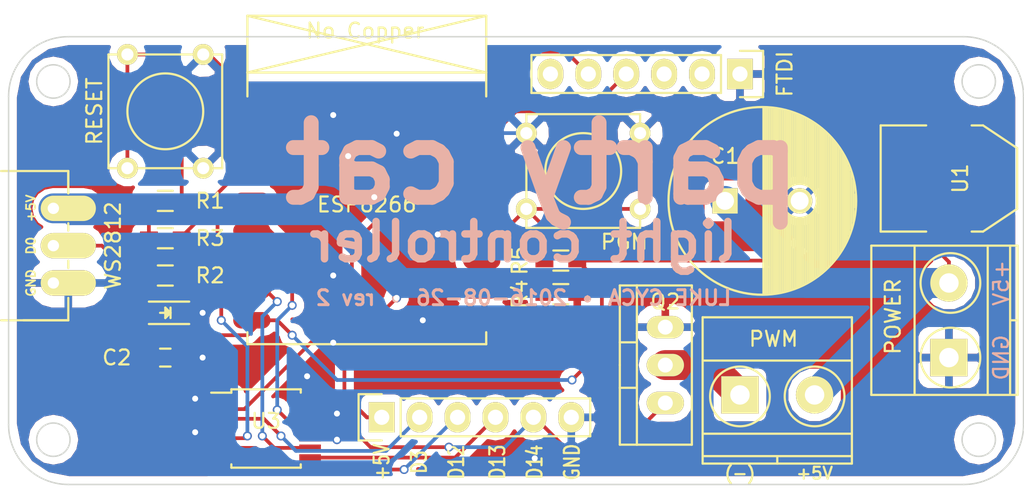
<source format=kicad_pcb>
(kicad_pcb (version 4) (host pcbnew 4.0.2-stable)

  (general
    (links 53)
    (no_connects 0)
    (area 66.924999 33.091666 136.325001 67.075)
    (thickness 1.6)
    (drawings 26)
    (tracks 225)
    (zones 0)
    (modules 19)
    (nets 20)
  )

  (page A4)
  (layers
    (0 F.Cu signal)
    (31 B.Cu signal)
    (32 B.Adhes user)
    (33 F.Adhes user)
    (34 B.Paste user)
    (35 F.Paste user)
    (36 B.SilkS user)
    (37 F.SilkS user)
    (38 B.Mask user)
    (39 F.Mask user)
    (40 Dwgs.User user)
    (41 Cmts.User user)
    (42 Eco1.User user)
    (43 Eco2.User user)
    (44 Edge.Cuts user)
    (45 Margin user)
    (46 B.CrtYd user)
    (47 F.CrtYd user)
    (48 B.Fab user)
    (49 F.Fab user)
  )

  (setup
    (last_trace_width 0.25)
    (user_trace_width 2)
    (trace_clearance 0.2)
    (zone_clearance 0.508)
    (zone_45_only yes)
    (trace_min 0.2)
    (segment_width 0.2)
    (edge_width 0.1)
    (via_size 0.6)
    (via_drill 0.4)
    (via_min_size 0.4)
    (via_min_drill 0.3)
    (uvia_size 0.3)
    (uvia_drill 0.1)
    (uvias_allowed no)
    (uvia_min_size 0.2)
    (uvia_min_drill 0.1)
    (pcb_text_width 0.3)
    (pcb_text_size 1.5 1.5)
    (mod_edge_width 0.15)
    (mod_text_size 1 1)
    (mod_text_width 0.15)
    (pad_size 1.5 1.5)
    (pad_drill 0.6)
    (pad_to_mask_clearance 0)
    (aux_axis_origin 0 0)
    (visible_elements FFFEFF7F)
    (pcbplotparams
      (layerselection 0x010f0_80000001)
      (usegerberextensions true)
      (excludeedgelayer true)
      (linewidth 0.100000)
      (plotframeref false)
      (viasonmask false)
      (mode 1)
      (useauxorigin false)
      (hpglpennumber 1)
      (hpglpenspeed 20)
      (hpglpendiameter 15)
      (hpglpenoverlay 2)
      (psnegative false)
      (psa4output false)
      (plotreference true)
      (plotvalue true)
      (plotinvisibletext false)
      (padsonsilk false)
      (subtractmaskfromsilk false)
      (outputformat 1)
      (mirror false)
      (drillshape 0)
      (scaleselection 1)
      (outputdirectory Gerbers/))
  )

  (net 0 "")
  (net 1 GND)
  (net 2 +5V)
  (net 3 +3V3)
  (net 4 "Net-(D1-Pad2)")
  (net 5 "Net-(P2-Pad2)")
  (net 6 "Net-(P3-Pad4)")
  (net 7 "Net-(P3-Pad5)")
  (net 8 "Net-(P4-Pad3)")
  (net 9 "Net-(P4-Pad4)")
  (net 10 "Net-(P4-Pad5)")
  (net 11 "Net-(P5-Pad1)")
  (net 12 "Net-(R1-Pad1)")
  (net 13 "Net-(R2-Pad1)")
  (net 14 "Net-(R3-Pad2)")
  (net 15 "Net-(R4-Pad2)")
  (net 16 "Net-(R5-Pad2)")
  (net 17 "Net-(U2-Pad5)")
  (net 18 "Net-(U2-Pad6)")
  (net 19 "Net-(U2-Pad7)")

  (net_class Default "This is the default net class."
    (clearance 0.2)
    (trace_width 0.25)
    (via_dia 0.6)
    (via_drill 0.4)
    (uvia_dia 0.3)
    (uvia_drill 0.1)
    (add_net +3V3)
    (add_net +5V)
    (add_net GND)
    (add_net "Net-(D1-Pad2)")
    (add_net "Net-(P2-Pad2)")
    (add_net "Net-(P3-Pad4)")
    (add_net "Net-(P3-Pad5)")
    (add_net "Net-(P4-Pad3)")
    (add_net "Net-(P4-Pad4)")
    (add_net "Net-(P4-Pad5)")
    (add_net "Net-(P5-Pad1)")
    (add_net "Net-(R1-Pad1)")
    (add_net "Net-(R2-Pad1)")
    (add_net "Net-(R3-Pad2)")
    (add_net "Net-(R4-Pad2)")
    (add_net "Net-(R5-Pad2)")
    (add_net "Net-(U2-Pad5)")
    (add_net "Net-(U2-Pad6)")
    (add_net "Net-(U2-Pad7)")
  )

  (net_class Power ""
    (clearance 0.5)
    (trace_width 1)
    (via_dia 0.6)
    (via_drill 0.4)
    (uvia_dia 0.3)
    (uvia_drill 0.1)
  )

  (module ESP8266:ESP-07v2-smd (layer F.Cu) (tedit 5701C953) (tstamp 57BFF171)
    (at 85 41)
    (descr "Module, ESP-8266, ESP-07v2, 16 pad, SMD")
    (tags "Module ESP-8266 ESP8266")
    (path /57C00525)
    (fp_text reference U2 (at -3.5 -1.5) (layer F.SilkS) hide
      (effects (font (size 1 1) (thickness 0.15)))
    )
    (fp_text value ESP-12 (at 7.25 2.25) (layer F.Fab)
      (effects (font (size 1 1) (thickness 0.15)))
    )
    (fp_line (start -2.25 -0.5) (end -2.25 -6.65) (layer F.CrtYd) (width 0.05))
    (fp_line (start -2.25 -6.65) (end 16.25 -6.65) (layer F.CrtYd) (width 0.05))
    (fp_line (start 16.25 -6.65) (end 16.25 16) (layer F.CrtYd) (width 0.05))
    (fp_line (start 16.25 16) (end -2.25 16) (layer F.CrtYd) (width 0.05))
    (fp_line (start -2.25 16) (end -2.25 -0.5) (layer F.CrtYd) (width 0.05))
    (fp_line (start -1 -6.4) (end 15 -6.4) (layer F.SilkS) (width 0.1524))
    (fp_line (start 15 -6.4) (end 15 -1) (layer F.SilkS) (width 0.1524))
    (fp_line (start -1 -6.4) (end -1 -1) (layer F.SilkS) (width 0.1524))
    (fp_line (start -1 14.8) (end -1 15.6) (layer F.SilkS) (width 0.1524))
    (fp_line (start -1 15.6) (end 15 15.6) (layer F.SilkS) (width 0.1524))
    (fp_line (start 15 15.6) (end 15 14.8) (layer F.SilkS) (width 0.1524))
    (fp_line (start 15 -6.4) (end -1 -2.6) (layer F.SilkS) (width 0.1524))
    (fp_line (start -1 -6.4) (end 15 -2.6) (layer F.SilkS) (width 0.1524))
    (fp_text user "No Copper" (at 6.892 -5.4) (layer F.SilkS)
      (effects (font (size 1 1) (thickness 0.15)))
    )
    (fp_line (start -1.008 -2.6) (end 14.992 -2.6) (layer F.SilkS) (width 0.1524))
    (fp_line (start 15 -6.4) (end 15 15.6) (layer F.Fab) (width 0.05))
    (fp_line (start 15 15.6) (end -1 15.6) (layer F.Fab) (width 0.05))
    (fp_line (start -1.008 15.6) (end -1.008 -6.4) (layer F.Fab) (width 0.05))
    (fp_line (start -1 -6.4) (end 15 -6.4) (layer F.Fab) (width 0.05))
    (pad 1 smd rect (at 0 0) (size 2.5 1.1) (drill (offset -0.7 0)) (layers F.Cu F.Paste F.Mask)
      (net 12 "Net-(R1-Pad1)"))
    (pad 2 smd oval (at 0 2) (size 2.5 1.1) (drill (offset -0.7 0)) (layers F.Cu F.Paste F.Mask))
    (pad 3 smd oval (at 0 4) (size 2.5 1.1) (drill (offset -0.7 0)) (layers F.Cu F.Paste F.Mask)
      (net 13 "Net-(R2-Pad1)"))
    (pad 4 smd oval (at 0 6) (size 2.5 1.1) (drill (offset -0.7 0)) (layers F.Cu F.Paste F.Mask)
      (net 14 "Net-(R3-Pad2)"))
    (pad 5 smd oval (at 0 8) (size 2.5 1.1) (drill (offset -0.7 0)) (layers F.Cu F.Paste F.Mask)
      (net 17 "Net-(U2-Pad5)"))
    (pad 6 smd oval (at 0 10) (size 2.5 1.1) (drill (offset -0.7 0)) (layers F.Cu F.Paste F.Mask)
      (net 18 "Net-(U2-Pad6)"))
    (pad 7 smd oval (at 0 12) (size 2.5 1.1) (drill (offset -0.7 0)) (layers F.Cu F.Paste F.Mask)
      (net 19 "Net-(U2-Pad7)"))
    (pad 8 smd oval (at 0 14) (size 2.5 1.1) (drill (offset -0.7 0)) (layers F.Cu F.Paste F.Mask)
      (net 3 +3V3))
    (pad 9 smd oval (at 14 14) (size 2.5 1.1) (drill (offset 0.7 0)) (layers F.Cu F.Paste F.Mask)
      (net 1 GND))
    (pad 10 smd oval (at 14 12) (size 2.5 1.1) (drill (offset 0.6 0)) (layers F.Cu F.Paste F.Mask)
      (net 15 "Net-(R4-Pad2)"))
    (pad 11 smd oval (at 14 10) (size 2.5 1.1) (drill (offset 0.7 0)) (layers F.Cu F.Paste F.Mask))
    (pad 12 smd oval (at 14 8) (size 2.5 1.1) (drill (offset 0.7 0)) (layers F.Cu F.Paste F.Mask)
      (net 16 "Net-(R5-Pad2)"))
    (pad 13 smd oval (at 14 6) (size 2.5 1.1) (drill (offset 0.7 0)) (layers F.Cu F.Paste F.Mask))
    (pad 14 smd oval (at 14 4) (size 2.5 1.1) (drill (offset 0.7 0)) (layers F.Cu F.Paste F.Mask))
    (pad 15 smd oval (at 14 2) (size 2.5 1.1) (drill (offset 0.7 0)) (layers F.Cu F.Paste F.Mask)
      (net 6 "Net-(P3-Pad4)"))
    (pad 16 smd oval (at 14 0) (size 2.5 1.1) (drill (offset 0.7 0)) (layers F.Cu F.Paste F.Mask)
      (net 7 "Net-(P3-Pad5)"))
    (model ${ESPLIB}/ESP8266.3dshapes/ESP-07v2.wrl
      (at (xyz 0 0 0))
      (scale (xyz 0.3937 0.3937 0.3937))
      (rotate (xyz 0 0 0))
    )
  )

  (module Capacitors_ThroughHole:C_Radial_D12.5_L25_P5 (layer F.Cu) (tedit 57C06970) (tstamp 57BFF0DA)
    (at 116 47)
    (descr "Radial Electrolytic Capacitor Diameter 12.5mm x Length 25mm, Pitch 5mm")
    (tags "Electrolytic Capacitor")
    (path /5740E57E)
    (fp_text reference C1 (at 0 -3) (layer F.SilkS)
      (effects (font (size 1 1) (thickness 0.15)))
    )
    (fp_text value CP (at 2.5 7.6) (layer F.Fab)
      (effects (font (size 1 1) (thickness 0.15)))
    )
    (fp_line (start 2.575 -6.25) (end 2.575 6.25) (layer F.SilkS) (width 0.15))
    (fp_line (start 2.715 -6.246) (end 2.715 6.246) (layer F.SilkS) (width 0.15))
    (fp_line (start 2.855 -6.24) (end 2.855 6.24) (layer F.SilkS) (width 0.15))
    (fp_line (start 2.995 -6.23) (end 2.995 6.23) (layer F.SilkS) (width 0.15))
    (fp_line (start 3.135 -6.218) (end 3.135 6.218) (layer F.SilkS) (width 0.15))
    (fp_line (start 3.275 -6.202) (end 3.275 6.202) (layer F.SilkS) (width 0.15))
    (fp_line (start 3.415 -6.183) (end 3.415 6.183) (layer F.SilkS) (width 0.15))
    (fp_line (start 3.555 -6.16) (end 3.555 6.16) (layer F.SilkS) (width 0.15))
    (fp_line (start 3.695 -6.135) (end 3.695 6.135) (layer F.SilkS) (width 0.15))
    (fp_line (start 3.835 -6.106) (end 3.835 6.106) (layer F.SilkS) (width 0.15))
    (fp_line (start 3.975 -6.073) (end 3.975 -0.521) (layer F.SilkS) (width 0.15))
    (fp_line (start 3.975 0.521) (end 3.975 6.073) (layer F.SilkS) (width 0.15))
    (fp_line (start 4.115 -6.038) (end 4.115 -0.734) (layer F.SilkS) (width 0.15))
    (fp_line (start 4.115 0.734) (end 4.115 6.038) (layer F.SilkS) (width 0.15))
    (fp_line (start 4.255 -5.999) (end 4.255 -0.876) (layer F.SilkS) (width 0.15))
    (fp_line (start 4.255 0.876) (end 4.255 5.999) (layer F.SilkS) (width 0.15))
    (fp_line (start 4.395 -5.956) (end 4.395 -0.978) (layer F.SilkS) (width 0.15))
    (fp_line (start 4.395 0.978) (end 4.395 5.956) (layer F.SilkS) (width 0.15))
    (fp_line (start 4.535 -5.909) (end 4.535 -1.052) (layer F.SilkS) (width 0.15))
    (fp_line (start 4.535 1.052) (end 4.535 5.909) (layer F.SilkS) (width 0.15))
    (fp_line (start 4.675 -5.859) (end 4.675 -1.103) (layer F.SilkS) (width 0.15))
    (fp_line (start 4.675 1.103) (end 4.675 5.859) (layer F.SilkS) (width 0.15))
    (fp_line (start 4.815 -5.805) (end 4.815 -1.135) (layer F.SilkS) (width 0.15))
    (fp_line (start 4.815 1.135) (end 4.815 5.805) (layer F.SilkS) (width 0.15))
    (fp_line (start 4.955 -5.748) (end 4.955 -1.149) (layer F.SilkS) (width 0.15))
    (fp_line (start 4.955 1.149) (end 4.955 5.748) (layer F.SilkS) (width 0.15))
    (fp_line (start 5.095 -5.686) (end 5.095 -1.146) (layer F.SilkS) (width 0.15))
    (fp_line (start 5.095 1.146) (end 5.095 5.686) (layer F.SilkS) (width 0.15))
    (fp_line (start 5.235 -5.62) (end 5.235 -1.126) (layer F.SilkS) (width 0.15))
    (fp_line (start 5.235 1.126) (end 5.235 5.62) (layer F.SilkS) (width 0.15))
    (fp_line (start 5.375 -5.549) (end 5.375 -1.087) (layer F.SilkS) (width 0.15))
    (fp_line (start 5.375 1.087) (end 5.375 5.549) (layer F.SilkS) (width 0.15))
    (fp_line (start 5.515 -5.475) (end 5.515 -1.028) (layer F.SilkS) (width 0.15))
    (fp_line (start 5.515 1.028) (end 5.515 5.475) (layer F.SilkS) (width 0.15))
    (fp_line (start 5.655 -5.395) (end 5.655 -0.945) (layer F.SilkS) (width 0.15))
    (fp_line (start 5.655 0.945) (end 5.655 5.395) (layer F.SilkS) (width 0.15))
    (fp_line (start 5.795 -5.311) (end 5.795 -0.831) (layer F.SilkS) (width 0.15))
    (fp_line (start 5.795 0.831) (end 5.795 5.311) (layer F.SilkS) (width 0.15))
    (fp_line (start 5.935 -5.221) (end 5.935 -0.67) (layer F.SilkS) (width 0.15))
    (fp_line (start 5.935 0.67) (end 5.935 5.221) (layer F.SilkS) (width 0.15))
    (fp_line (start 6.075 -5.127) (end 6.075 -0.409) (layer F.SilkS) (width 0.15))
    (fp_line (start 6.075 0.409) (end 6.075 5.127) (layer F.SilkS) (width 0.15))
    (fp_line (start 6.215 -5.026) (end 6.215 5.026) (layer F.SilkS) (width 0.15))
    (fp_line (start 6.355 -4.919) (end 6.355 4.919) (layer F.SilkS) (width 0.15))
    (fp_line (start 6.495 -4.807) (end 6.495 4.807) (layer F.SilkS) (width 0.15))
    (fp_line (start 6.635 -4.687) (end 6.635 4.687) (layer F.SilkS) (width 0.15))
    (fp_line (start 6.775 -4.559) (end 6.775 4.559) (layer F.SilkS) (width 0.15))
    (fp_line (start 6.915 -4.424) (end 6.915 4.424) (layer F.SilkS) (width 0.15))
    (fp_line (start 7.055 -4.28) (end 7.055 4.28) (layer F.SilkS) (width 0.15))
    (fp_line (start 7.195 -4.125) (end 7.195 4.125) (layer F.SilkS) (width 0.15))
    (fp_line (start 7.335 -3.96) (end 7.335 3.96) (layer F.SilkS) (width 0.15))
    (fp_line (start 7.475 -3.783) (end 7.475 3.783) (layer F.SilkS) (width 0.15))
    (fp_line (start 7.615 -3.592) (end 7.615 3.592) (layer F.SilkS) (width 0.15))
    (fp_line (start 7.755 -3.383) (end 7.755 3.383) (layer F.SilkS) (width 0.15))
    (fp_line (start 7.895 -3.155) (end 7.895 3.155) (layer F.SilkS) (width 0.15))
    (fp_line (start 8.035 -2.903) (end 8.035 2.903) (layer F.SilkS) (width 0.15))
    (fp_line (start 8.175 -2.619) (end 8.175 2.619) (layer F.SilkS) (width 0.15))
    (fp_line (start 8.315 -2.291) (end 8.315 2.291) (layer F.SilkS) (width 0.15))
    (fp_line (start 8.455 -1.897) (end 8.455 1.897) (layer F.SilkS) (width 0.15))
    (fp_line (start 8.595 -1.383) (end 8.595 1.383) (layer F.SilkS) (width 0.15))
    (fp_line (start 8.735 -0.433) (end 8.735 0.433) (layer F.SilkS) (width 0.15))
    (fp_circle (center 5 0) (end 5 -1.15) (layer F.SilkS) (width 0.15))
    (fp_circle (center 2.5 0) (end 2.5 -6.2875) (layer F.SilkS) (width 0.15))
    (fp_circle (center 2.5 0) (end 2.5 -6.6) (layer F.CrtYd) (width 0.05))
    (pad 2 thru_hole circle (at 5 0) (size 1.7 1.7) (drill 1.2) (layers *.Cu *.Mask F.SilkS)
      (net 1 GND))
    (pad 1 thru_hole rect (at 0 0) (size 1.7 1.7) (drill 1.2) (layers *.Cu *.Mask F.SilkS)
      (net 2 +5V))
    (model Capacitors_ThroughHole.3dshapes/C_Radial_D12.5_L25_P5.wrl
      (at (xyz 0 0 0))
      (scale (xyz 1 1 1))
      (rotate (xyz 0 0 0))
    )
  )

  (module Capacitors_SMD:C_0603_HandSoldering (layer F.Cu) (tedit 57C07927) (tstamp 57BFF0E0)
    (at 78.5 57.5)
    (descr "Capacitor SMD 0603, hand soldering")
    (tags "capacitor 0603")
    (path /57C01698)
    (attr smd)
    (fp_text reference C2 (at -3.25 0) (layer F.SilkS)
      (effects (font (size 1 1) (thickness 0.15)))
    )
    (fp_text value C_Small (at 0 1.9) (layer F.Fab)
      (effects (font (size 1 1) (thickness 0.15)))
    )
    (fp_line (start -1.85 -0.75) (end 1.85 -0.75) (layer F.CrtYd) (width 0.05))
    (fp_line (start -1.85 0.75) (end 1.85 0.75) (layer F.CrtYd) (width 0.05))
    (fp_line (start -1.85 -0.75) (end -1.85 0.75) (layer F.CrtYd) (width 0.05))
    (fp_line (start 1.85 -0.75) (end 1.85 0.75) (layer F.CrtYd) (width 0.05))
    (fp_line (start -0.35 -0.6) (end 0.35 -0.6) (layer F.SilkS) (width 0.15))
    (fp_line (start 0.35 0.6) (end -0.35 0.6) (layer F.SilkS) (width 0.15))
    (pad 1 smd rect (at -0.95 0) (size 1.2 0.75) (layers F.Cu F.Paste F.Mask)
      (net 3 +3V3))
    (pad 2 smd rect (at 0.95 0) (size 1.2 0.75) (layers F.Cu F.Paste F.Mask)
      (net 1 GND))
    (model Capacitors_SMD.3dshapes/C_0603_HandSoldering.wrl
      (at (xyz 0 0 0))
      (scale (xyz 1 1 1))
      (rotate (xyz 0 0 0))
    )
  )

  (module LEDs:LED_0805 (layer F.Cu) (tedit 57C06983) (tstamp 57BFF0E6)
    (at 78.5 54.5 180)
    (descr "LED 0805 smd package")
    (tags "LED 0805 SMD")
    (path /573F2FE4)
    (attr smd)
    (fp_text reference D1 (at 0 -1.75 180) (layer F.SilkS) hide
      (effects (font (size 1 1) (thickness 0.15)))
    )
    (fp_text value LED (at 0 1.75 180) (layer F.Fab)
      (effects (font (size 1 1) (thickness 0.15)))
    )
    (fp_line (start -1.6 0.75) (end 1.1 0.75) (layer F.SilkS) (width 0.15))
    (fp_line (start -1.6 -0.75) (end 1.1 -0.75) (layer F.SilkS) (width 0.15))
    (fp_line (start -0.1 0.15) (end -0.1 -0.1) (layer F.SilkS) (width 0.15))
    (fp_line (start -0.1 -0.1) (end -0.25 0.05) (layer F.SilkS) (width 0.15))
    (fp_line (start -0.35 -0.35) (end -0.35 0.35) (layer F.SilkS) (width 0.15))
    (fp_line (start 0 0) (end 0.35 0) (layer F.SilkS) (width 0.15))
    (fp_line (start -0.35 0) (end 0 -0.35) (layer F.SilkS) (width 0.15))
    (fp_line (start 0 -0.35) (end 0 0.35) (layer F.SilkS) (width 0.15))
    (fp_line (start 0 0.35) (end -0.35 0) (layer F.SilkS) (width 0.15))
    (fp_line (start 1.9 -0.95) (end 1.9 0.95) (layer F.CrtYd) (width 0.05))
    (fp_line (start 1.9 0.95) (end -1.9 0.95) (layer F.CrtYd) (width 0.05))
    (fp_line (start -1.9 0.95) (end -1.9 -0.95) (layer F.CrtYd) (width 0.05))
    (fp_line (start -1.9 -0.95) (end 1.9 -0.95) (layer F.CrtYd) (width 0.05))
    (pad 2 smd rect (at 1.04902 0) (size 1.19888 1.19888) (layers F.Cu F.Paste F.Mask)
      (net 4 "Net-(D1-Pad2)"))
    (pad 1 smd rect (at -1.04902 0) (size 1.19888 1.19888) (layers F.Cu F.Paste F.Mask)
      (net 1 GND))
    (model LEDs.3dshapes/LED_0805.wrl
      (at (xyz 0 0 0))
      (scale (xyz 1 1 1))
      (rotate (xyz 0 0 0))
    )
  )

  (module Terminal_Blocks:TerminalBlock_Pheonix_MKDS1.5-2pol (layer F.Cu) (tedit 57C06C5B) (tstamp 57BFF0EC)
    (at 131 57.5 90)
    (descr "2-way 5mm pitch terminal block, Phoenix MKDS series")
    (path /5726BC01)
    (fp_text reference POWER (at 2.75 -3.75 90) (layer F.SilkS)
      (effects (font (size 1 1) (thickness 0.15)))
    )
    (fp_text value CONN_01X02 (at 2.5 -6.6 90) (layer F.Fab)
      (effects (font (size 1 1) (thickness 0.15)))
    )
    (fp_line (start -2.7 -5.4) (end 7.7 -5.4) (layer F.CrtYd) (width 0.05))
    (fp_line (start -2.7 4.8) (end -2.7 -5.4) (layer F.CrtYd) (width 0.05))
    (fp_line (start 7.7 4.8) (end -2.7 4.8) (layer F.CrtYd) (width 0.05))
    (fp_line (start 7.7 -5.4) (end 7.7 4.8) (layer F.CrtYd) (width 0.05))
    (fp_line (start 2.5 4.1) (end 2.5 4.6) (layer F.SilkS) (width 0.15))
    (fp_circle (center 5 0.1) (end 3 0.1) (layer F.SilkS) (width 0.15))
    (fp_circle (center 0 0.1) (end 2 0.1) (layer F.SilkS) (width 0.15))
    (fp_line (start -2.5 2.6) (end 7.5 2.6) (layer F.SilkS) (width 0.15))
    (fp_line (start -2.5 -2.3) (end 7.5 -2.3) (layer F.SilkS) (width 0.15))
    (fp_line (start -2.5 4.1) (end 7.5 4.1) (layer F.SilkS) (width 0.15))
    (fp_line (start -2.5 4.6) (end 7.5 4.6) (layer F.SilkS) (width 0.15))
    (fp_line (start 7.5 4.6) (end 7.5 -5.2) (layer F.SilkS) (width 0.15))
    (fp_line (start 7.5 -5.2) (end -2.5 -5.2) (layer F.SilkS) (width 0.15))
    (fp_line (start -2.5 -5.2) (end -2.5 4.6) (layer F.SilkS) (width 0.15))
    (pad 1 thru_hole rect (at 0 0 90) (size 2.5 2.5) (drill 1.3) (layers *.Cu *.Mask F.SilkS)
      (net 1 GND))
    (pad 2 thru_hole circle (at 5 0 90) (size 2.5 2.5) (drill 1.3) (layers *.Cu *.Mask F.SilkS)
      (net 2 +5V))
    (model Terminal_Blocks.3dshapes/TerminalBlock_Pheonix_MKDS1.5-2pol.wrl
      (at (xyz 0.0984 0 0))
      (scale (xyz 1 1 1))
      (rotate (xyz 0 0 0))
    )
  )

  (module WS2812:WS2812_Strip (layer F.Cu) (tedit 57C07E81) (tstamp 57BFF0F3)
    (at 71 50 270)
    (path /573F3642)
    (fp_text reference WS2812 (at 0 -4 270) (layer F.SilkS)
      (effects (font (size 1 1) (thickness 0.15)))
    )
    (fp_text value CONN_01X03 (at 0 -4 270) (layer F.Fab)
      (effects (font (size 1 1) (thickness 0.15)))
    )
    (fp_text user GND (at 2.5 1.5 270) (layer F.SilkS)
      (effects (font (size 0.6 0.6) (thickness 0.12)))
    )
    (fp_text user D0 (at 0 1.5 270) (layer F.SilkS)
      (effects (font (size 0.6 0.6) (thickness 0.12)))
    )
    (fp_text user +5V (at -2.5 1.5 270) (layer F.SilkS)
      (effects (font (size 0.6 0.6) (thickness 0.12)))
    )
    (fp_line (start -5 -1) (end -3.5 -1) (layer F.SilkS) (width 0.15))
    (fp_line (start -5 -1) (end -5 3.5) (layer F.SilkS) (width 0.15))
    (fp_line (start -3.5 -1) (end -5 -1) (layer F.SilkS) (width 0.15))
    (fp_line (start 5 -1) (end 5 3.5) (layer F.SilkS) (width 0.15))
    (fp_line (start 5 2) (end 5 -1) (layer F.SilkS) (width 0.15))
    (fp_line (start 5 -1) (end 3.5 -1) (layer F.SilkS) (width 0.15))
    (fp_line (start 1 -1) (end 1.5 -1) (layer F.SilkS) (width 0.15))
    (fp_line (start -1 -1) (end -1.5 -1) (layer F.SilkS) (width 0.15))
    (pad 1 thru_hole oval (at 2.5 0 270) (size 1.7 3.7) (drill 0.762 (offset 0 -1)) (layers *.Cu *.Mask F.SilkS)
      (net 1 GND))
    (pad 2 thru_hole oval (at 0 0 270) (size 1.7 3.7) (drill 0.762 (offset 0 -1)) (layers *.Cu *.Mask F.SilkS)
      (net 5 "Net-(P2-Pad2)"))
    (pad 3 thru_hole oval (at -2.5 0 270) (size 1.7 3.7) (drill 0.762 (offset 0 -1)) (layers *.Cu *.Mask F.SilkS)
      (net 2 +5V))
  )

  (module Pin_Headers:Pin_Header_Straight_1x06 (layer F.Cu) (tedit 57C069A8) (tstamp 57BFF0FD)
    (at 117 38.5 270)
    (descr "Through hole pin header")
    (tags "pin header")
    (path /57C007E9)
    (fp_text reference FTDI (at 0 -3 270) (layer F.SilkS)
      (effects (font (size 1 1) (thickness 0.15)))
    )
    (fp_text value CONN_01X06 (at 0 -3.1 270) (layer F.Fab)
      (effects (font (size 1 1) (thickness 0.15)))
    )
    (fp_line (start -1.75 -1.75) (end -1.75 14.45) (layer F.CrtYd) (width 0.05))
    (fp_line (start 1.75 -1.75) (end 1.75 14.45) (layer F.CrtYd) (width 0.05))
    (fp_line (start -1.75 -1.75) (end 1.75 -1.75) (layer F.CrtYd) (width 0.05))
    (fp_line (start -1.75 14.45) (end 1.75 14.45) (layer F.CrtYd) (width 0.05))
    (fp_line (start 1.27 1.27) (end 1.27 13.97) (layer F.SilkS) (width 0.15))
    (fp_line (start 1.27 13.97) (end -1.27 13.97) (layer F.SilkS) (width 0.15))
    (fp_line (start -1.27 13.97) (end -1.27 1.27) (layer F.SilkS) (width 0.15))
    (fp_line (start 1.55 -1.55) (end 1.55 0) (layer F.SilkS) (width 0.15))
    (fp_line (start 1.27 1.27) (end -1.27 1.27) (layer F.SilkS) (width 0.15))
    (fp_line (start -1.55 0) (end -1.55 -1.55) (layer F.SilkS) (width 0.15))
    (fp_line (start -1.55 -1.55) (end 1.55 -1.55) (layer F.SilkS) (width 0.15))
    (pad 1 thru_hole rect (at 0 0 270) (size 2.032 1.7272) (drill 1.016) (layers *.Cu *.Mask F.SilkS)
      (net 1 GND))
    (pad 2 thru_hole oval (at 0 2.54 270) (size 2.032 1.7272) (drill 1.016) (layers *.Cu *.Mask F.SilkS))
    (pad 3 thru_hole oval (at 0 5.08 270) (size 2.032 1.7272) (drill 1.016) (layers *.Cu *.Mask F.SilkS))
    (pad 4 thru_hole oval (at 0 7.62 270) (size 2.032 1.7272) (drill 1.016) (layers *.Cu *.Mask F.SilkS)
      (net 6 "Net-(P3-Pad4)"))
    (pad 5 thru_hole oval (at 0 10.16 270) (size 2.032 1.7272) (drill 1.016) (layers *.Cu *.Mask F.SilkS)
      (net 7 "Net-(P3-Pad5)"))
    (pad 6 thru_hole oval (at 0 12.7 270) (size 2.032 1.7272) (drill 1.016) (layers *.Cu *.Mask F.SilkS))
    (model Pin_Headers.3dshapes/Pin_Header_Straight_1x06.wrl
      (at (xyz 0 -0.25 0))
      (scale (xyz 1 1 1))
      (rotate (xyz 0 0 90))
    )
  )

  (module Pin_Headers:Pin_Header_Straight_1x06 (layer F.Cu) (tedit 57C076D9) (tstamp 57BFF107)
    (at 93 61.5 90)
    (descr "Through hole pin header")
    (tags "pin header")
    (path /57BFF91D)
    (fp_text reference P4 (at 2.75 3 90) (layer F.SilkS) hide
      (effects (font (size 1 1) (thickness 0.15)))
    )
    (fp_text value CONN_01X06 (at 0 -3.1 90) (layer F.Fab)
      (effects (font (size 1 1) (thickness 0.15)))
    )
    (fp_line (start -1.75 -1.75) (end -1.75 14.45) (layer F.CrtYd) (width 0.05))
    (fp_line (start 1.75 -1.75) (end 1.75 14.45) (layer F.CrtYd) (width 0.05))
    (fp_line (start -1.75 -1.75) (end 1.75 -1.75) (layer F.CrtYd) (width 0.05))
    (fp_line (start -1.75 14.45) (end 1.75 14.45) (layer F.CrtYd) (width 0.05))
    (fp_line (start 1.27 1.27) (end 1.27 13.97) (layer F.SilkS) (width 0.15))
    (fp_line (start 1.27 13.97) (end -1.27 13.97) (layer F.SilkS) (width 0.15))
    (fp_line (start -1.27 13.97) (end -1.27 1.27) (layer F.SilkS) (width 0.15))
    (fp_line (start 1.55 -1.55) (end 1.55 0) (layer F.SilkS) (width 0.15))
    (fp_line (start 1.27 1.27) (end -1.27 1.27) (layer F.SilkS) (width 0.15))
    (fp_line (start -1.55 0) (end -1.55 -1.55) (layer F.SilkS) (width 0.15))
    (fp_line (start -1.55 -1.55) (end 1.55 -1.55) (layer F.SilkS) (width 0.15))
    (pad 1 thru_hole rect (at 0 0 90) (size 2.032 1.7272) (drill 1.016) (layers *.Cu *.Mask F.SilkS)
      (net 2 +5V))
    (pad 2 thru_hole oval (at 0 2.54 90) (size 2.032 1.7272) (drill 1.016) (layers *.Cu *.Mask F.SilkS)
      (net 5 "Net-(P2-Pad2)"))
    (pad 3 thru_hole oval (at 0 5.08 90) (size 2.032 1.7272) (drill 1.016) (layers *.Cu *.Mask F.SilkS)
      (net 8 "Net-(P4-Pad3)"))
    (pad 4 thru_hole oval (at 0 7.62 90) (size 2.032 1.7272) (drill 1.016) (layers *.Cu *.Mask F.SilkS)
      (net 9 "Net-(P4-Pad4)"))
    (pad 5 thru_hole oval (at 0 10.16 90) (size 2.032 1.7272) (drill 1.016) (layers *.Cu *.Mask F.SilkS)
      (net 10 "Net-(P4-Pad5)"))
    (pad 6 thru_hole oval (at 0 12.7 90) (size 2.032 1.7272) (drill 1.016) (layers *.Cu *.Mask F.SilkS)
      (net 1 GND))
    (model Pin_Headers.3dshapes/Pin_Header_Straight_1x06.wrl
      (at (xyz 0 -0.25 0))
      (scale (xyz 1 1 1))
      (rotate (xyz 0 0 90))
    )
  )

  (module Terminal_Blocks:TerminalBlock_Pheonix_MKDS1.5-2pol (layer F.Cu) (tedit 57C069D3) (tstamp 57BFF10D)
    (at 117 60)
    (descr "2-way 5mm pitch terminal block, Phoenix MKDS series")
    (path /5743C53A)
    (fp_text reference PWM (at 2.25 -3.75) (layer F.SilkS)
      (effects (font (size 1 1) (thickness 0.15)))
    )
    (fp_text value CONN_01X02 (at 2.5 -6.6) (layer F.Fab)
      (effects (font (size 1 1) (thickness 0.15)))
    )
    (fp_line (start -2.7 -5.4) (end 7.7 -5.4) (layer F.CrtYd) (width 0.05))
    (fp_line (start -2.7 4.8) (end -2.7 -5.4) (layer F.CrtYd) (width 0.05))
    (fp_line (start 7.7 4.8) (end -2.7 4.8) (layer F.CrtYd) (width 0.05))
    (fp_line (start 7.7 -5.4) (end 7.7 4.8) (layer F.CrtYd) (width 0.05))
    (fp_line (start 2.5 4.1) (end 2.5 4.6) (layer F.SilkS) (width 0.15))
    (fp_circle (center 5 0.1) (end 3 0.1) (layer F.SilkS) (width 0.15))
    (fp_circle (center 0 0.1) (end 2 0.1) (layer F.SilkS) (width 0.15))
    (fp_line (start -2.5 2.6) (end 7.5 2.6) (layer F.SilkS) (width 0.15))
    (fp_line (start -2.5 -2.3) (end 7.5 -2.3) (layer F.SilkS) (width 0.15))
    (fp_line (start -2.5 4.1) (end 7.5 4.1) (layer F.SilkS) (width 0.15))
    (fp_line (start -2.5 4.6) (end 7.5 4.6) (layer F.SilkS) (width 0.15))
    (fp_line (start 7.5 4.6) (end 7.5 -5.2) (layer F.SilkS) (width 0.15))
    (fp_line (start 7.5 -5.2) (end -2.5 -5.2) (layer F.SilkS) (width 0.15))
    (fp_line (start -2.5 -5.2) (end -2.5 4.6) (layer F.SilkS) (width 0.15))
    (pad 1 thru_hole rect (at 0 0) (size 2.5 2.5) (drill 1.3) (layers *.Cu *.Mask F.SilkS)
      (net 11 "Net-(P5-Pad1)"))
    (pad 2 thru_hole circle (at 5 0) (size 2.5 2.5) (drill 1.3) (layers *.Cu *.Mask F.SilkS)
      (net 2 +5V))
    (model Terminal_Blocks.3dshapes/TerminalBlock_Pheonix_MKDS1.5-2pol.wrl
      (at (xyz 0.0984 0 0))
      (scale (xyz 1 1 1))
      (rotate (xyz 0 0 0))
    )
  )

  (module TO_SOT_Packages_THT:TO-220_Neutral123_Vertical (layer F.Cu) (tedit 57C0695C) (tstamp 57BFF114)
    (at 112 58 90)
    (descr "TO-220, Neutral, Vertical,")
    (tags "TO-220, Neutral, Vertical,")
    (path /5743C11D)
    (fp_text reference Q2 (at 4.25 0 180) (layer F.SilkS)
      (effects (font (size 1 1) (thickness 0.15)))
    )
    (fp_text value Q_NMOS_GDS (at 0 3.81 90) (layer F.Fab)
      (effects (font (size 1 1) (thickness 0.15)))
    )
    (fp_line (start -1.524 -3.048) (end -1.524 -1.905) (layer F.SilkS) (width 0.15))
    (fp_line (start 1.524 -3.048) (end 1.524 -1.905) (layer F.SilkS) (width 0.15))
    (fp_line (start 5.334 -1.905) (end 5.334 1.778) (layer F.SilkS) (width 0.15))
    (fp_line (start 5.334 1.778) (end -5.334 1.778) (layer F.SilkS) (width 0.15))
    (fp_line (start -5.334 1.778) (end -5.334 -1.905) (layer F.SilkS) (width 0.15))
    (fp_line (start 5.334 -3.048) (end 5.334 -1.905) (layer F.SilkS) (width 0.15))
    (fp_line (start 5.334 -1.905) (end -5.334 -1.905) (layer F.SilkS) (width 0.15))
    (fp_line (start -5.334 -1.905) (end -5.334 -3.048) (layer F.SilkS) (width 0.15))
    (fp_line (start 0 -3.048) (end -5.334 -3.048) (layer F.SilkS) (width 0.15))
    (fp_line (start 0 -3.048) (end 5.334 -3.048) (layer F.SilkS) (width 0.15))
    (pad 2 thru_hole oval (at 0 0 180) (size 2.49936 1.50114) (drill 1.00076) (layers *.Cu *.Mask F.SilkS)
      (net 11 "Net-(P5-Pad1)"))
    (pad 1 thru_hole oval (at -2.54 0 180) (size 2.49936 1.50114) (drill 1.00076) (layers *.Cu *.Mask F.SilkS)
      (net 10 "Net-(P4-Pad5)"))
    (pad 3 thru_hole oval (at 2.54 0 180) (size 2.49936 1.50114) (drill 1.00076) (layers *.Cu *.Mask F.SilkS)
      (net 1 GND))
    (model TO_SOT_Packages_THT.3dshapes/TO-220_Neutral123_Vertical.wrl
      (at (xyz 0 0 0))
      (scale (xyz 0.3937 0.3937 0.3937))
      (rotate (xyz 0 0 0))
    )
  )

  (module Resistors_SMD:R_0603_HandSoldering (layer F.Cu) (tedit 57C06989) (tstamp 57BFF11A)
    (at 78.5 47 180)
    (descr "Resistor SMD 0603, hand soldering")
    (tags "resistor 0603")
    (path /57C02041)
    (attr smd)
    (fp_text reference R1 (at -3 0 180) (layer F.SilkS)
      (effects (font (size 1 1) (thickness 0.15)))
    )
    (fp_text value 10k (at 0 1.9 180) (layer F.Fab)
      (effects (font (size 1 1) (thickness 0.15)))
    )
    (fp_line (start -2 -0.8) (end 2 -0.8) (layer F.CrtYd) (width 0.05))
    (fp_line (start -2 0.8) (end 2 0.8) (layer F.CrtYd) (width 0.05))
    (fp_line (start -2 -0.8) (end -2 0.8) (layer F.CrtYd) (width 0.05))
    (fp_line (start 2 -0.8) (end 2 0.8) (layer F.CrtYd) (width 0.05))
    (fp_line (start 0.5 0.675) (end -0.5 0.675) (layer F.SilkS) (width 0.15))
    (fp_line (start -0.5 -0.675) (end 0.5 -0.675) (layer F.SilkS) (width 0.15))
    (pad 1 smd rect (at -1.1 0 180) (size 1.2 0.9) (layers F.Cu F.Paste F.Mask)
      (net 12 "Net-(R1-Pad1)"))
    (pad 2 smd rect (at 1.1 0 180) (size 1.2 0.9) (layers F.Cu F.Paste F.Mask)
      (net 3 +3V3))
    (model Resistors_SMD.3dshapes/R_0603_HandSoldering.wrl
      (at (xyz 0 0 0))
      (scale (xyz 1 1 1))
      (rotate (xyz 0 0 0))
    )
  )

  (module Resistors_SMD:R_0603_HandSoldering (layer F.Cu) (tedit 57C06993) (tstamp 57BFF120)
    (at 78.5 49.5 180)
    (descr "Resistor SMD 0603, hand soldering")
    (tags "resistor 0603")
    (path /57C00F3A)
    (attr smd)
    (fp_text reference R2 (at -3 -2.5 180) (layer F.SilkS)
      (effects (font (size 1 1) (thickness 0.15)))
    )
    (fp_text value 10k (at 0 1.9 180) (layer F.Fab)
      (effects (font (size 1 1) (thickness 0.15)))
    )
    (fp_line (start -2 -0.8) (end 2 -0.8) (layer F.CrtYd) (width 0.05))
    (fp_line (start -2 0.8) (end 2 0.8) (layer F.CrtYd) (width 0.05))
    (fp_line (start -2 -0.8) (end -2 0.8) (layer F.CrtYd) (width 0.05))
    (fp_line (start 2 -0.8) (end 2 0.8) (layer F.CrtYd) (width 0.05))
    (fp_line (start 0.5 0.675) (end -0.5 0.675) (layer F.SilkS) (width 0.15))
    (fp_line (start -0.5 -0.675) (end 0.5 -0.675) (layer F.SilkS) (width 0.15))
    (pad 1 smd rect (at -1.1 0 180) (size 1.2 0.9) (layers F.Cu F.Paste F.Mask)
      (net 13 "Net-(R2-Pad1)"))
    (pad 2 smd rect (at 1.1 0 180) (size 1.2 0.9) (layers F.Cu F.Paste F.Mask)
      (net 3 +3V3))
    (model Resistors_SMD.3dshapes/R_0603_HandSoldering.wrl
      (at (xyz 0 0 0))
      (scale (xyz 1 1 1))
      (rotate (xyz 0 0 0))
    )
  )

  (module Resistors_SMD:R_0603_HandSoldering (layer F.Cu) (tedit 57C06990) (tstamp 57BFF126)
    (at 78.5 52)
    (descr "Resistor SMD 0603, hand soldering")
    (tags "resistor 0603")
    (path /573F3167)
    (attr smd)
    (fp_text reference R3 (at 3 -2.5) (layer F.SilkS)
      (effects (font (size 1 1) (thickness 0.15)))
    )
    (fp_text value 330 (at 0 1.9) (layer F.Fab)
      (effects (font (size 1 1) (thickness 0.15)))
    )
    (fp_line (start -2 -0.8) (end 2 -0.8) (layer F.CrtYd) (width 0.05))
    (fp_line (start -2 0.8) (end 2 0.8) (layer F.CrtYd) (width 0.05))
    (fp_line (start -2 -0.8) (end -2 0.8) (layer F.CrtYd) (width 0.05))
    (fp_line (start 2 -0.8) (end 2 0.8) (layer F.CrtYd) (width 0.05))
    (fp_line (start 0.5 0.675) (end -0.5 0.675) (layer F.SilkS) (width 0.15))
    (fp_line (start -0.5 -0.675) (end 0.5 -0.675) (layer F.SilkS) (width 0.15))
    (pad 1 smd rect (at -1.1 0) (size 1.2 0.9) (layers F.Cu F.Paste F.Mask)
      (net 4 "Net-(D1-Pad2)"))
    (pad 2 smd rect (at 1.1 0) (size 1.2 0.9) (layers F.Cu F.Paste F.Mask)
      (net 14 "Net-(R3-Pad2)"))
    (model Resistors_SMD.3dshapes/R_0603_HandSoldering.wrl
      (at (xyz 0 0 0))
      (scale (xyz 1 1 1))
      (rotate (xyz 0 0 0))
    )
  )

  (module Resistors_SMD:R_0603_HandSoldering (layer F.Cu) (tedit 57C07B6A) (tstamp 57BFF12C)
    (at 105 53.25 180)
    (descr "Resistor SMD 0603, hand soldering")
    (tags "resistor 0603")
    (path /57C00ABB)
    (attr smd)
    (fp_text reference R4 (at 2.75 0 270) (layer F.SilkS)
      (effects (font (size 1 1) (thickness 0.15)))
    )
    (fp_text value 10k (at 0 1.9 180) (layer F.Fab)
      (effects (font (size 1 1) (thickness 0.15)))
    )
    (fp_line (start -2 -0.8) (end 2 -0.8) (layer F.CrtYd) (width 0.05))
    (fp_line (start -2 0.8) (end 2 0.8) (layer F.CrtYd) (width 0.05))
    (fp_line (start -2 -0.8) (end -2 0.8) (layer F.CrtYd) (width 0.05))
    (fp_line (start 2 -0.8) (end 2 0.8) (layer F.CrtYd) (width 0.05))
    (fp_line (start 0.5 0.675) (end -0.5 0.675) (layer F.SilkS) (width 0.15))
    (fp_line (start -0.5 -0.675) (end 0.5 -0.675) (layer F.SilkS) (width 0.15))
    (pad 1 smd rect (at -1.1 0 180) (size 1.2 0.9) (layers F.Cu F.Paste F.Mask)
      (net 1 GND))
    (pad 2 smd rect (at 1.1 0 180) (size 1.2 0.9) (layers F.Cu F.Paste F.Mask)
      (net 15 "Net-(R4-Pad2)"))
    (model Resistors_SMD.3dshapes/R_0603_HandSoldering.wrl
      (at (xyz 0 0 0))
      (scale (xyz 1 1 1))
      (rotate (xyz 0 0 0))
    )
  )

  (module Resistors_SMD:R_0603_HandSoldering (layer F.Cu) (tedit 57C07B6E) (tstamp 57BFF132)
    (at 105 51 180)
    (descr "Resistor SMD 0603, hand soldering")
    (tags "resistor 0603")
    (path /57C010F5)
    (attr smd)
    (fp_text reference R5 (at 2.75 0 270) (layer F.SilkS)
      (effects (font (size 1 1) (thickness 0.15)))
    )
    (fp_text value 10k (at 0 1.9 180) (layer F.Fab)
      (effects (font (size 1 1) (thickness 0.15)))
    )
    (fp_line (start -2 -0.8) (end 2 -0.8) (layer F.CrtYd) (width 0.05))
    (fp_line (start -2 0.8) (end 2 0.8) (layer F.CrtYd) (width 0.05))
    (fp_line (start -2 -0.8) (end -2 0.8) (layer F.CrtYd) (width 0.05))
    (fp_line (start 2 -0.8) (end 2 0.8) (layer F.CrtYd) (width 0.05))
    (fp_line (start 0.5 0.675) (end -0.5 0.675) (layer F.SilkS) (width 0.15))
    (fp_line (start -0.5 -0.675) (end 0.5 -0.675) (layer F.SilkS) (width 0.15))
    (pad 1 smd rect (at -1.1 0 180) (size 1.2 0.9) (layers F.Cu F.Paste F.Mask)
      (net 3 +3V3))
    (pad 2 smd rect (at 1.1 0 180) (size 1.2 0.9) (layers F.Cu F.Paste F.Mask)
      (net 16 "Net-(R5-Pad2)"))
    (model Resistors_SMD.3dshapes/R_0603_HandSoldering.wrl
      (at (xyz 0 0 0))
      (scale (xyz 1 1 1))
      (rotate (xyz 0 0 0))
    )
  )

  (module Buttons_Switches_ThroughHole:SW_PUSH_SMALL (layer F.Cu) (tedit 57C06932) (tstamp 57BFF13A)
    (at 78.5 41 270)
    (path /57C020C2)
    (fp_text reference RESET (at 0 4.75 270) (layer F.SilkS)
      (effects (font (size 1 1) (thickness 0.15)))
    )
    (fp_text value SW_PUSH (at 0 1.016 270) (layer F.Fab)
      (effects (font (size 1 1) (thickness 0.15)))
    )
    (fp_circle (center 0 0) (end 0 -2.54) (layer F.SilkS) (width 0.15))
    (fp_line (start -3.81 -3.81) (end 3.81 -3.81) (layer F.SilkS) (width 0.15))
    (fp_line (start 3.81 -3.81) (end 3.81 3.81) (layer F.SilkS) (width 0.15))
    (fp_line (start 3.81 3.81) (end -3.81 3.81) (layer F.SilkS) (width 0.15))
    (fp_line (start -3.81 -3.81) (end -3.81 3.81) (layer F.SilkS) (width 0.15))
    (pad 1 thru_hole circle (at 3.81 -2.54 270) (size 1.397 1.397) (drill 0.8128) (layers *.Cu *.Mask F.SilkS)
      (net 1 GND))
    (pad 2 thru_hole circle (at 3.81 2.54 270) (size 1.397 1.397) (drill 0.8128) (layers *.Cu *.Mask F.SilkS)
      (net 12 "Net-(R1-Pad1)"))
    (pad 1 thru_hole circle (at -3.81 -2.54 270) (size 1.397 1.397) (drill 0.8128) (layers *.Cu *.Mask F.SilkS)
      (net 1 GND))
    (pad 2 thru_hole circle (at -3.81 2.54 270) (size 1.397 1.397) (drill 0.8128) (layers *.Cu *.Mask F.SilkS)
      (net 12 "Net-(R1-Pad1)"))
  )

  (module Buttons_Switches_ThroughHole:SW_PUSH_SMALL (layer F.Cu) (tedit 57C06946) (tstamp 57BFF142)
    (at 106.5 45)
    (path /57C01498)
    (fp_text reference PGM (at 2.75 4.75) (layer F.SilkS)
      (effects (font (size 1 1) (thickness 0.15)))
    )
    (fp_text value SW_PUSH (at 0 1.016) (layer F.Fab)
      (effects (font (size 1 1) (thickness 0.15)))
    )
    (fp_circle (center 0 0) (end 0 -2.54) (layer F.SilkS) (width 0.15))
    (fp_line (start -3.81 -3.81) (end 3.81 -3.81) (layer F.SilkS) (width 0.15))
    (fp_line (start 3.81 -3.81) (end 3.81 3.81) (layer F.SilkS) (width 0.15))
    (fp_line (start 3.81 3.81) (end -3.81 3.81) (layer F.SilkS) (width 0.15))
    (fp_line (start -3.81 -3.81) (end -3.81 3.81) (layer F.SilkS) (width 0.15))
    (pad 1 thru_hole circle (at 3.81 -2.54) (size 1.397 1.397) (drill 0.8128) (layers *.Cu *.Mask F.SilkS)
      (net 1 GND))
    (pad 2 thru_hole circle (at 3.81 2.54) (size 1.397 1.397) (drill 0.8128) (layers *.Cu *.Mask F.SilkS)
      (net 16 "Net-(R5-Pad2)"))
    (pad 1 thru_hole circle (at -3.81 -2.54) (size 1.397 1.397) (drill 0.8128) (layers *.Cu *.Mask F.SilkS)
      (net 1 GND))
    (pad 2 thru_hole circle (at -3.81 2.54) (size 1.397 1.397) (drill 0.8128) (layers *.Cu *.Mask F.SilkS)
      (net 16 "Net-(R5-Pad2)"))
  )

  (module TO_SOT_Packages_SMD:SOT-223 (layer F.Cu) (tedit 0) (tstamp 57BFF14A)
    (at 131 45.5 270)
    (descr "module CMS SOT223 4 pins")
    (tags "CMS SOT")
    (path /5726B6E6)
    (attr smd)
    (fp_text reference U1 (at 0 -0.762 270) (layer F.SilkS)
      (effects (font (size 1 1) (thickness 0.15)))
    )
    (fp_text value AP1117 (at 0 0.762 270) (layer F.Fab)
      (effects (font (size 1 1) (thickness 0.15)))
    )
    (fp_line (start -3.556 1.524) (end -3.556 4.572) (layer F.SilkS) (width 0.15))
    (fp_line (start -3.556 4.572) (end 3.556 4.572) (layer F.SilkS) (width 0.15))
    (fp_line (start 3.556 4.572) (end 3.556 1.524) (layer F.SilkS) (width 0.15))
    (fp_line (start -3.556 -1.524) (end -3.556 -2.286) (layer F.SilkS) (width 0.15))
    (fp_line (start -3.556 -2.286) (end -2.032 -4.572) (layer F.SilkS) (width 0.15))
    (fp_line (start -2.032 -4.572) (end 2.032 -4.572) (layer F.SilkS) (width 0.15))
    (fp_line (start 2.032 -4.572) (end 3.556 -2.286) (layer F.SilkS) (width 0.15))
    (fp_line (start 3.556 -2.286) (end 3.556 -1.524) (layer F.SilkS) (width 0.15))
    (pad 4 smd rect (at 0 -3.302 270) (size 3.6576 2.032) (layers F.Cu F.Paste F.Mask))
    (pad 2 smd rect (at 0 3.302 270) (size 1.016 2.032) (layers F.Cu F.Paste F.Mask)
      (net 3 +3V3))
    (pad 3 smd rect (at 2.286 3.302 270) (size 1.016 2.032) (layers F.Cu F.Paste F.Mask)
      (net 2 +5V))
    (pad 1 smd rect (at -2.286 3.302 270) (size 1.016 2.032) (layers F.Cu F.Paste F.Mask)
      (net 1 GND))
    (model TO_SOT_Packages_SMD.3dshapes/SOT-223.wrl
      (at (xyz 0 0 0))
      (scale (xyz 0.4 0.4 0.4))
      (rotate (xyz 0 0 0))
    )
  )

  (module Housings_SSOP:TSSOP-14_4.4x5mm_Pitch0.65mm (layer F.Cu) (tedit 57C076CE) (tstamp 57BFF183)
    (at 85.25 62.25)
    (descr "14-Lead Plastic Thin Shrink Small Outline (ST)-4.4 mm Body [TSSOP] (see Microchip Packaging Specification 00000049BS.pdf)")
    (tags "SSOP 0.65")
    (path /57BFDD19)
    (attr smd)
    (fp_text reference U3 (at 0 -0.5) (layer F.SilkS)
      (effects (font (size 1 1) (thickness 0.15)))
    )
    (fp_text value SN54AHCT125 (at 0 3.55) (layer F.Fab)
      (effects (font (size 1 1) (thickness 0.15)))
    )
    (fp_line (start -3.95 -2.8) (end -3.95 2.8) (layer F.CrtYd) (width 0.05))
    (fp_line (start 3.95 -2.8) (end 3.95 2.8) (layer F.CrtYd) (width 0.05))
    (fp_line (start -3.95 -2.8) (end 3.95 -2.8) (layer F.CrtYd) (width 0.05))
    (fp_line (start -3.95 2.8) (end 3.95 2.8) (layer F.CrtYd) (width 0.05))
    (fp_line (start -2.325 -2.625) (end -2.325 -2.4) (layer F.SilkS) (width 0.15))
    (fp_line (start 2.325 -2.625) (end 2.325 -2.4) (layer F.SilkS) (width 0.15))
    (fp_line (start 2.325 2.625) (end 2.325 2.4) (layer F.SilkS) (width 0.15))
    (fp_line (start -2.325 2.625) (end -2.325 2.4) (layer F.SilkS) (width 0.15))
    (fp_line (start -2.325 -2.625) (end 2.325 -2.625) (layer F.SilkS) (width 0.15))
    (fp_line (start -2.325 2.625) (end 2.325 2.625) (layer F.SilkS) (width 0.15))
    (fp_line (start -2.325 -2.4) (end -3.675 -2.4) (layer F.SilkS) (width 0.15))
    (pad 1 smd rect (at -2.95 -1.95) (size 1.45 0.45) (layers F.Cu F.Paste F.Mask)
      (net 1 GND))
    (pad 2 smd rect (at -2.95 -1.3) (size 1.45 0.45) (layers F.Cu F.Paste F.Mask)
      (net 6 "Net-(P3-Pad4)"))
    (pad 3 smd rect (at -2.95 -0.65) (size 1.45 0.45) (layers F.Cu F.Paste F.Mask)
      (net 5 "Net-(P2-Pad2)"))
    (pad 4 smd rect (at -2.95 0) (size 1.45 0.45) (layers F.Cu F.Paste F.Mask)
      (net 1 GND))
    (pad 5 smd rect (at -2.95 0.65) (size 1.45 0.45) (layers F.Cu F.Paste F.Mask)
      (net 18 "Net-(U2-Pad6)"))
    (pad 6 smd rect (at -2.95 1.3) (size 1.45 0.45) (layers F.Cu F.Paste F.Mask)
      (net 8 "Net-(P4-Pad3)"))
    (pad 7 smd rect (at -2.95 1.95) (size 1.45 0.45) (layers F.Cu F.Paste F.Mask)
      (net 1 GND))
    (pad 8 smd rect (at 2.95 1.95) (size 1.45 0.45) (layers F.Cu F.Paste F.Mask)
      (net 9 "Net-(P4-Pad4)"))
    (pad 9 smd rect (at 2.95 1.3) (size 1.45 0.45) (layers F.Cu F.Paste F.Mask)
      (net 19 "Net-(U2-Pad7)"))
    (pad 10 smd rect (at 2.95 0.65) (size 1.45 0.45) (layers F.Cu F.Paste F.Mask)
      (net 1 GND))
    (pad 11 smd rect (at 2.95 0) (size 1.45 0.45) (layers F.Cu F.Paste F.Mask)
      (net 10 "Net-(P4-Pad5)"))
    (pad 12 smd rect (at 2.95 -0.65) (size 1.45 0.45) (layers F.Cu F.Paste F.Mask)
      (net 17 "Net-(U2-Pad5)"))
    (pad 13 smd rect (at 2.95 -1.3) (size 1.45 0.45) (layers F.Cu F.Paste F.Mask)
      (net 1 GND))
    (pad 14 smd rect (at 2.95 -1.95) (size 1.45 0.45) (layers F.Cu F.Paste F.Mask)
      (net 2 +5V))
    (model Housings_SSOP.3dshapes/TSSOP-14_4.4x5mm_Pitch0.65mm.wrl
      (at (xyz 0 0 0))
      (scale (xyz 1 1 1))
      (rotate (xyz 0 0 0))
    )
  )

  (gr_text "LUKE CYCA • 2016-08-26 • rev 2" (at 102.5 53.5) (layer B.SilkS)
    (effects (font (size 1 1) (thickness 0.2)) (justify mirror))
  )
  (gr_text "light controller" (at 102.5 49.75) (layer B.SilkS)
    (effects (font (size 2.5 2.5) (thickness 0.5)) (justify mirror))
  )
  (gr_text "party cat" (at 103.75 44.5) (layer B.SilkS)
    (effects (font (size 5 5) (thickness 1)) (justify mirror))
  )
  (gr_text ESP8266 (at 92 47.25) (layer F.SilkS)
    (effects (font (size 1 1) (thickness 0.15)))
  )
  (gr_text +5V (at 134.5 52.5 90) (layer B.SilkS)
    (effects (font (size 1 1) (thickness 0.15)) (justify mirror))
  )
  (gr_text GND (at 134.5 57.5 90) (layer B.SilkS)
    (effects (font (size 1 1) (thickness 0.15)) (justify mirror))
  )
  (gr_text "(-)" (at 117 65.25) (layer F.SilkS)
    (effects (font (size 0.8 0.8) (thickness 0.15)))
  )
  (gr_text +5V (at 122 65.25) (layer F.SilkS)
    (effects (font (size 0.8 0.8) (thickness 0.15)))
  )
  (gr_text GND (at 105.75 64.5 90) (layer F.SilkS)
    (effects (font (size 1 0.8) (thickness 0.15)))
  )
  (gr_text D14 (at 103.25 64.5 90) (layer F.SilkS)
    (effects (font (size 1 0.8) (thickness 0.15)))
  )
  (gr_text D13 (at 100.75 64.5 90) (layer F.SilkS)
    (effects (font (size 1 0.8) (thickness 0.15)))
  )
  (gr_text D12 (at 98 64.5 90) (layer F.SilkS)
    (effects (font (size 1 0.8) (thickness 0.15)))
  )
  (gr_text D3 (at 95.5 64.5 90) (layer F.SilkS)
    (effects (font (size 1 0.8) (thickness 0.15)))
  )
  (gr_text +5V (at 93 64.5 90) (layer F.SilkS)
    (effects (font (size 1 0.8) (thickness 0.15)))
  )
  (gr_circle (center 71 63) (end 72 62.5) (layer Edge.Cuts) (width 0.1))
  (gr_circle (center 71 39) (end 72 38.5) (layer Edge.Cuts) (width 0.1))
  (gr_circle (center 133 63) (end 133.5 64) (layer Edge.Cuts) (width 0.1))
  (gr_circle (center 133 39) (end 134 39.5) (layer Edge.Cuts) (width 0.1))
  (gr_line (start 72 36) (end 132 36) (angle 90) (layer Edge.Cuts) (width 0.1))
  (gr_line (start 68 62) (end 68 40) (angle 90) (layer Edge.Cuts) (width 0.1))
  (gr_line (start 132 66) (end 72 66) (angle 90) (layer Edge.Cuts) (width 0.1))
  (gr_line (start 136 40) (end 136 62) (angle 90) (layer Edge.Cuts) (width 0.1))
  (gr_arc (start 72 62) (end 72 66) (angle 90) (layer Edge.Cuts) (width 0.1))
  (gr_arc (start 72 40) (end 68 40) (angle 90) (layer Edge.Cuts) (width 0.1))
  (gr_arc (start 132 62) (end 136 62) (angle 90) (layer Edge.Cuts) (width 0.1))
  (gr_arc (start 132 40) (end 132 36) (angle 90) (layer Edge.Cuts) (width 0.1))

  (segment (start 90 61.25) (end 90 60.75) (width 0.25) (layer B.Cu) (net 1))
  (segment (start 95.75 55) (end 99 55) (width 0.25) (layer F.Cu) (net 1) (tstamp 57C07C2C))
  (via (at 95.75 55) (size 0.6) (drill 0.4) (layers F.Cu B.Cu) (net 1))
  (segment (start 91.25 55) (end 95.75 55) (width 0.25) (layer B.Cu) (net 1) (tstamp 57C07C1E))
  (segment (start 89.75 56.5) (end 91.25 55) (width 0.25) (layer B.Cu) (net 1) (tstamp 57C07C1D))
  (via (at 89.75 56.5) (size 0.6) (drill 0.4) (layers F.Cu B.Cu) (net 1))
  (segment (start 89.75 57) (end 89.75 56.5) (width 0.25) (layer F.Cu) (net 1) (tstamp 57C07C12))
  (segment (start 88 58.75) (end 89.75 57) (width 0.25) (layer F.Cu) (net 1) (tstamp 57C07C11))
  (via (at 88 58.75) (size 0.6) (drill 0.4) (layers F.Cu B.Cu) (net 1))
  (segment (start 90 60.75) (end 88 58.75) (width 0.25) (layer B.Cu) (net 1) (tstamp 57C07C05))
  (segment (start 79.54902 54.5) (end 81 54.5) (width 0.25) (layer F.Cu) (net 1))
  (segment (start 81 57.5) (end 79.45 57.5) (width 0.25) (layer F.Cu) (net 1) (tstamp 57C0771E))
  (via (at 81 57.5) (size 0.6) (drill 0.4) (layers F.Cu B.Cu) (net 1))
  (segment (start 81 54.5) (end 81 57.5) (width 0.25) (layer B.Cu) (net 1) (tstamp 57C0771B))
  (via (at 81 54.5) (size 0.6) (drill 0.4) (layers F.Cu B.Cu) (net 1))
  (segment (start 88.2 60.95) (end 89.7 60.95) (width 0.25) (layer F.Cu) (net 1))
  (via (at 90 61.25) (size 0.6) (drill 0.4) (layers F.Cu B.Cu) (net 1))
  (segment (start 89.7 60.95) (end 90 61.25) (width 0.25) (layer F.Cu) (net 1) (tstamp 57C07715))
  (segment (start 88.2 62.9) (end 89.9 62.9) (width 0.25) (layer F.Cu) (net 1))
  (segment (start 90 63) (end 90 61.25) (width 0.25) (layer B.Cu) (net 1) (tstamp 57C0770F))
  (via (at 90 63) (size 0.6) (drill 0.4) (layers F.Cu B.Cu) (net 1))
  (segment (start 89.9 62.9) (end 90 63) (width 0.25) (layer F.Cu) (net 1) (tstamp 57C0770D))
  (segment (start 82.3 64.2) (end 80.95 64.2) (width 0.25) (layer F.Cu) (net 1))
  (segment (start 80.5 63.75) (end 80.5 62.5) (width 0.25) (layer F.Cu) (net 1) (tstamp 57C0770A))
  (segment (start 80.95 64.2) (end 80.5 63.75) (width 0.25) (layer F.Cu) (net 1) (tstamp 57C07709))
  (segment (start 82.3 60.3) (end 80.55 60.3) (width 0.25) (layer F.Cu) (net 1))
  (segment (start 80.75 62.25) (end 82.3 62.25) (width 0.25) (layer F.Cu) (net 1) (tstamp 57C07706))
  (segment (start 80.5 62.5) (end 80.75 62.25) (width 0.25) (layer F.Cu) (net 1) (tstamp 57C07705))
  (via (at 80.5 62.5) (size 0.6) (drill 0.4) (layers F.Cu B.Cu) (net 1))
  (segment (start 80.5 60.25) (end 80.5 62.5) (width 0.25) (layer B.Cu) (net 1) (tstamp 57C07702))
  (via (at 80.5 60.25) (size 0.6) (drill 0.4) (layers F.Cu B.Cu) (net 1))
  (segment (start 80.55 60.3) (end 80.5 60.25) (width 0.25) (layer F.Cu) (net 1) (tstamp 57C07700))
  (segment (start 82.3 60.3) (end 82.25 60.3) (width 0.25) (layer F.Cu) (net 1))
  (segment (start 82.25 60.3) (end 79.45 57.5) (width 0.25) (layer F.Cu) (net 1) (tstamp 57C076FD))
  (segment (start 105.7 61.5) (end 105.7 64.2) (width 0.25) (layer B.Cu) (net 1))
  (segment (start 131 60.25) (end 131 57.5) (width 0.25) (layer F.Cu) (net 1) (tstamp 57C068A2))
  (segment (start 127 64.25) (end 131 60.25) (width 0.25) (layer F.Cu) (net 1) (tstamp 57C06899))
  (segment (start 103.25 64.25) (end 127 64.25) (width 0.25) (layer F.Cu) (net 1) (tstamp 57C06898))
  (via (at 103.25 64.25) (size 0.6) (drill 0.4) (layers F.Cu B.Cu) (net 1))
  (segment (start 105.65 64.25) (end 103.25 64.25) (width 0.25) (layer B.Cu) (net 1) (tstamp 57C06893))
  (segment (start 105.7 64.2) (end 105.65 64.25) (width 0.25) (layer B.Cu) (net 1) (tstamp 57C06891))
  (segment (start 99 55) (end 96.75 55) (width 0.25) (layer F.Cu) (net 1))
  (segment (start 96.75 55) (end 96.75 49.25) (width 0.25) (layer F.Cu) (net 1) (tstamp 57C06832))
  (via (at 96.75 49.25) (size 0.6) (drill 0.4) (layers F.Cu B.Cu) (net 1))
  (segment (start 96.75 49.25) (end 96.75 42.5) (width 0.25) (layer B.Cu) (net 1) (tstamp 57C06839))
  (segment (start 96.75 42.5) (end 96.79 42.46) (width 0.25) (layer B.Cu) (net 1) (tstamp 57C0683A))
  (segment (start 96.79 42.46) (end 102.69 42.46) (width 0.25) (layer B.Cu) (net 1) (tstamp 57C06844))
  (segment (start 81.04 37.19) (end 81.44 37.19) (width 0.25) (layer F.Cu) (net 1))
  (segment (start 81.44 37.19) (end 83.75 39.5) (width 0.25) (layer F.Cu) (net 1) (tstamp 57C067EE))
  (segment (start 83.75 39.5) (end 88 39.5) (width 0.25) (layer F.Cu) (net 1) (tstamp 57C067F0))
  (segment (start 88 39.5) (end 89.75 41.25) (width 0.25) (layer F.Cu) (net 1) (tstamp 57C067F2))
  (via (at 89.75 41.25) (size 0.6) (drill 0.4) (layers F.Cu B.Cu) (net 1))
  (segment (start 89.75 41.25) (end 91 42.5) (width 0.25) (layer B.Cu) (net 1) (tstamp 57C067F5))
  (segment (start 91 42.5) (end 94 42.5) (width 0.25) (layer B.Cu) (net 1) (tstamp 57C067F6))
  (via (at 94 42.5) (size 0.6) (drill 0.4) (layers F.Cu B.Cu) (net 1))
  (segment (start 94 42.5) (end 92.5 44) (width 0.25) (layer F.Cu) (net 1) (tstamp 57C067F9))
  (segment (start 92.5 44) (end 90.75 44) (width 0.25) (layer F.Cu) (net 1) (tstamp 57C067FA))
  (via (at 90.75 44) (size 0.6) (drill 0.4) (layers F.Cu B.Cu) (net 1))
  (segment (start 90.75 44) (end 92.5 45.75) (width 0.25) (layer B.Cu) (net 1) (tstamp 57C067FD))
  (segment (start 92.5 45.75) (end 92.5 46.75) (width 0.25) (layer B.Cu) (net 1) (tstamp 57C067FE))
  (via (at 92.5 46.75) (size 0.6) (drill 0.4) (layers F.Cu B.Cu) (net 1))
  (segment (start 92.5 46.75) (end 89.75 49.5) (width 0.25) (layer F.Cu) (net 1) (tstamp 57C06802))
  (segment (start 89.75 49.5) (end 89.75 52) (width 0.25) (layer F.Cu) (net 1) (tstamp 57C06803))
  (via (at 89.75 52) (size 0.6) (drill 0.4) (layers F.Cu B.Cu) (net 1))
  (segment (start 89.75 52) (end 88.5 50.75) (width 0.25) (layer B.Cu) (net 1) (tstamp 57C06806))
  (segment (start 88.5 50.75) (end 77.5 50.75) (width 0.25) (layer B.Cu) (net 1) (tstamp 57C06807))
  (segment (start 77.5 50.75) (end 75.75 52.5) (width 0.25) (layer B.Cu) (net 1) (tstamp 57C0681C))
  (segment (start 75.75 52.5) (end 71 52.5) (width 0.25) (layer B.Cu) (net 1) (tstamp 57C0681F))
  (segment (start 71 53) (end 71 52.5) (width 0.25) (layer B.Cu) (net 1) (tstamp 57C065D4))
  (segment (start 71 53) (end 71 52.5) (width 0.25) (layer B.Cu) (net 1) (tstamp 57C06569))
  (segment (start 71 53) (end 71 52.5) (width 0.25) (layer B.Cu) (net 1) (tstamp 57C06557))
  (segment (start 79.54902 54.5) (end 79.54902 54.54902) (width 0.25) (layer F.Cu) (net 1))
  (segment (start 71 53) (end 71 52.5) (width 0.25) (layer B.Cu) (net 1) (tstamp 57C06547))
  (segment (start 80.81 37.46) (end 81.46 37.46) (width 0.25) (layer F.Cu) (net 1))
  (segment (start 88.2 60.3) (end 90.8 60.3) (width 0.25) (layer F.Cu) (net 2))
  (segment (start 90.8 60.3) (end 92 61.5) (width 0.25) (layer F.Cu) (net 2) (tstamp 57C076BD))
  (segment (start 92 61.5) (end 93 61.5) (width 0.25) (layer F.Cu) (net 2) (tstamp 57C076BE))
  (segment (start 93 61.5) (end 92 61.5) (width 0.25) (layer F.Cu) (net 2))
  (segment (start 72 48.5) (end 71 47.5) (width 0.25) (layer B.Cu) (net 2) (tstamp 57C05F96))
  (segment (start 89 48.5) (end 72 48.5) (width 0.25) (layer B.Cu) (net 2) (tstamp 57C05F93))
  (segment (start 94 53.5) (end 89 48.5) (width 0.25) (layer B.Cu) (net 2) (tstamp 57C05F92))
  (via (at 94 53.5) (size 0.6) (drill 0.4) (layers F.Cu B.Cu) (net 2))
  (segment (start 90.5 57) (end 94 53.5) (width 0.25) (layer F.Cu) (net 2) (tstamp 57C05F87))
  (segment (start 90.5 60) (end 90.5 57) (width 0.25) (layer F.Cu) (net 2) (tstamp 57C05F7F))
  (segment (start 92 61.5) (end 90.5 60) (width 0.25) (layer F.Cu) (net 2) (tstamp 57C05F78))
  (segment (start 131 52.5) (end 131 51.088) (width 0.25) (layer F.Cu) (net 2))
  (segment (start 131 51.088) (end 127.698 47.786) (width 0.25) (layer F.Cu) (net 2) (tstamp 57C05EDD))
  (segment (start 131 52.5) (end 129.5 52.5) (width 2) (layer B.Cu) (net 2))
  (segment (start 129.5 52.5) (end 122 60) (width 2) (layer B.Cu) (net 2) (tstamp 57C05ECB))
  (segment (start 131 52.5) (end 121.5 52.5) (width 2) (layer B.Cu) (net 2))
  (segment (start 121.5 52.5) (end 116 47) (width 2) (layer B.Cu) (net 2) (tstamp 57C05EB2))
  (segment (start 131 52.5) (end 94.25 52.5) (width 2) (layer B.Cu) (net 2))
  (segment (start 89.25 47.5) (end 71 47.5) (width 2) (layer B.Cu) (net 2) (tstamp 57C05E96))
  (segment (start 94.25 52.5) (end 89.25 47.5) (width 2) (layer B.Cu) (net 2) (tstamp 57C05E86))
  (segment (start 85 55) (end 86 55) (width 0.25) (layer F.Cu) (net 3))
  (segment (start 107.75 52.65) (end 106.1 51) (width 0.25) (layer F.Cu) (net 3) (tstamp 57C07BB4))
  (segment (start 107.75 57) (end 107.75 52.65) (width 0.25) (layer F.Cu) (net 3) (tstamp 57C07BB0))
  (segment (start 105.75 59) (end 107.75 57) (width 0.25) (layer F.Cu) (net 3) (tstamp 57C07BAF))
  (via (at 105.75 59) (size 0.6) (drill 0.4) (layers F.Cu B.Cu) (net 3))
  (segment (start 90 59) (end 105.75 59) (width 0.25) (layer B.Cu) (net 3) (tstamp 57C07BAC))
  (segment (start 87 56) (end 90 59) (width 0.25) (layer B.Cu) (net 3) (tstamp 57C07BAB))
  (via (at 87 56) (size 0.6) (drill 0.4) (layers F.Cu B.Cu) (net 3))
  (segment (start 86 55) (end 87 56) (width 0.25) (layer F.Cu) (net 3) (tstamp 57C07BA8))
  (segment (start 77.4 49.5) (end 76.75 49.5) (width 0.25) (layer F.Cu) (net 3))
  (segment (start 75.75 55.7) (end 77.55 57.5) (width 0.25) (layer F.Cu) (net 3) (tstamp 57C0767E))
  (segment (start 75.75 50.5) (end 75.75 55.7) (width 0.25) (layer F.Cu) (net 3) (tstamp 57C0767C))
  (segment (start 76.75 49.5) (end 75.75 50.5) (width 0.25) (layer F.Cu) (net 3) (tstamp 57C0767B))
  (segment (start 77.55 57.5) (end 77.55 56.95) (width 0.25) (layer F.Cu) (net 3))
  (segment (start 77.55 56.95) (end 78.5 56) (width 0.25) (layer F.Cu) (net 3) (tstamp 57C07675))
  (segment (start 78.5 56) (end 84 56) (width 0.25) (layer F.Cu) (net 3) (tstamp 57C07676))
  (segment (start 84 56) (end 85 55) (width 0.25) (layer F.Cu) (net 3) (tstamp 57C07677))
  (segment (start 77.4 49.5) (end 77.4 49.6) (width 0.25) (layer F.Cu) (net 3))
  (segment (start 77.4 47) (end 77.4 49.5) (width 0.25) (layer F.Cu) (net 3))
  (segment (start 106.1 51) (end 120 51) (width 0.25) (layer F.Cu) (net 3))
  (segment (start 125.5 45.5) (end 127.698 45.5) (width 0.25) (layer F.Cu) (net 3) (tstamp 57C06095))
  (segment (start 120 51) (end 125.5 45.5) (width 0.25) (layer F.Cu) (net 3) (tstamp 57C06090))
  (segment (start 77.45098 54.5) (end 77.45098 52.05098) (width 0.25) (layer F.Cu) (net 4))
  (segment (start 77.45098 52.05098) (end 77.4 52) (width 0.25) (layer F.Cu) (net 4) (tstamp 57C062EA))
  (segment (start 82.3 61.6) (end 85.1 61.6) (width 0.25) (layer F.Cu) (net 5))
  (segment (start 93.29 63.75) (end 95.54 61.5) (width 0.25) (layer B.Cu) (net 5) (tstamp 57C076EE))
  (segment (start 87.25 63.75) (end 93.29 63.75) (width 0.25) (layer B.Cu) (net 5) (tstamp 57C076EC))
  (segment (start 86.25 62.75) (end 87.25 63.75) (width 0.25) (layer B.Cu) (net 5) (tstamp 57C076EB))
  (via (at 86.25 62.75) (size 0.6) (drill 0.4) (layers F.Cu B.Cu) (net 5))
  (segment (start 85.1 61.6) (end 86.25 62.75) (width 0.25) (layer F.Cu) (net 5) (tstamp 57C076E7))
  (segment (start 71 50) (end 74.25 50) (width 0.25) (layer F.Cu) (net 5))
  (segment (start 76.85 61.6) (end 82.3 61.6) (width 0.25) (layer F.Cu) (net 5) (tstamp 57C07686))
  (segment (start 74.75 59.5) (end 76.85 61.6) (width 0.25) (layer F.Cu) (net 5) (tstamp 57C07684))
  (segment (start 74.75 50.5) (end 74.75 59.5) (width 0.25) (layer F.Cu) (net 5) (tstamp 57C07683))
  (segment (start 74.25 50) (end 74.75 50.5) (width 0.25) (layer F.Cu) (net 5) (tstamp 57C07682))
  (segment (start 95.54 61.96) (end 95.54 61.5) (width 0.25) (layer B.Cu) (net 5) (tstamp 57C065C2))
  (segment (start 95.5 61.5) (end 95.54 61.5) (width 0.25) (layer B.Cu) (net 5) (tstamp 57C05CD2))
  (segment (start 99 43) (end 98 43) (width 0.25) (layer F.Cu) (net 6))
  (segment (start 83.8 60.95) (end 82.3 60.95) (width 0.25) (layer F.Cu) (net 6) (tstamp 57C076B5))
  (segment (start 91 53.75) (end 83.8 60.95) (width 0.25) (layer F.Cu) (net 6) (tstamp 57C076B3))
  (segment (start 91 50) (end 91 53.75) (width 0.25) (layer F.Cu) (net 6) (tstamp 57C076B1))
  (segment (start 98 43) (end 91 50) (width 0.25) (layer F.Cu) (net 6) (tstamp 57C076AF))
  (segment (start 99 43) (end 100 43) (width 0.25) (layer F.Cu) (net 6))
  (segment (start 100 43) (end 102 41) (width 0.25) (layer F.Cu) (net 6) (tstamp 57C058BA))
  (segment (start 102 41) (end 106.88 41) (width 0.25) (layer F.Cu) (net 6) (tstamp 57C058BC))
  (segment (start 106.88 41) (end 109.38 38.5) (width 0.25) (layer F.Cu) (net 6) (tstamp 57C058BE))
  (segment (start 99 41) (end 103 37) (width 0.25) (layer F.Cu) (net 7))
  (segment (start 105.34 37) (end 106.84 38.5) (width 0.25) (layer F.Cu) (net 7) (tstamp 57C058B6))
  (segment (start 103 37) (end 105.34 37) (width 0.25) (layer F.Cu) (net 7) (tstamp 57C058B5))
  (segment (start 82.3 63.55) (end 84.55 63.55) (width 0.25) (layer F.Cu) (net 8))
  (segment (start 94.5 65) (end 98 61.5) (width 0.25) (layer B.Cu) (net 8) (tstamp 57C076F8))
  (via (at 94.5 65) (size 0.6) (drill 0.4) (layers F.Cu B.Cu) (net 8))
  (segment (start 86 65) (end 94.5 65) (width 0.25) (layer F.Cu) (net 8) (tstamp 57C076F5))
  (segment (start 84.55 63.55) (end 86 65) (width 0.25) (layer F.Cu) (net 8) (tstamp 57C076F3))
  (segment (start 98 61.5) (end 98.08 61.5) (width 0.25) (layer B.Cu) (net 8) (tstamp 57C076F9))
  (segment (start 98 61.5) (end 98.08 61.5) (width 0.25) (layer F.Cu) (net 8) (tstamp 57C05CA8))
  (segment (start 98 61.5) (end 98.08 61.5) (width 0.25) (layer B.Cu) (net 8) (tstamp 57C05C43))
  (segment (start 98 61.5) (end 98.08 61.5) (width 0.25) (layer B.Cu) (net 8) (tstamp 57C05BF1))
  (segment (start 98.08 61.92) (end 98.08 61.5) (width 0.25) (layer B.Cu) (net 8) (tstamp 57C05B58))
  (segment (start 98.08 61.92) (end 98.08 61.5) (width 0.25) (layer B.Cu) (net 8) (tstamp 57C05AC5))
  (segment (start 88.2 64.2) (end 97.92 64.2) (width 0.25) (layer F.Cu) (net 9))
  (segment (start 97.92 64.2) (end 100.62 61.5) (width 0.25) (layer F.Cu) (net 9) (tstamp 57C076CB))
  (segment (start 100.5 61.5) (end 100.62 61.5) (width 0.25) (layer B.Cu) (net 9) (tstamp 57C05BCD))
  (segment (start 88.2 62.25) (end 91 62.25) (width 0.25) (layer F.Cu) (net 10))
  (segment (start 101.25 63.5) (end 103.16 61.59) (width 0.25) (layer B.Cu) (net 10) (tstamp 57C076D6))
  (segment (start 97.5 63.5) (end 101.25 63.5) (width 0.25) (layer B.Cu) (net 10) (tstamp 57C076D5))
  (via (at 97.5 63.5) (size 0.6) (drill 0.4) (layers F.Cu B.Cu) (net 10))
  (segment (start 92.25 63.5) (end 97.5 63.5) (width 0.25) (layer F.Cu) (net 10) (tstamp 57C076D2))
  (segment (start 91 62.25) (end 92.25 63.5) (width 0.25) (layer F.Cu) (net 10) (tstamp 57C076D0))
  (segment (start 103.16 61.59) (end 103.16 61.5) (width 0.25) (layer B.Cu) (net 10) (tstamp 57C076D7))
  (segment (start 103.16 61.5) (end 103.25 61.5) (width 0.25) (layer F.Cu) (net 10))
  (segment (start 103.25 61.5) (end 105.25 63.5) (width 0.25) (layer F.Cu) (net 10) (tstamp 57C05CDC))
  (segment (start 109.04 63.5) (end 112 60.54) (width 0.25) (layer F.Cu) (net 10) (tstamp 57C05CE8))
  (segment (start 105.25 63.5) (end 109.04 63.5) (width 0.25) (layer F.Cu) (net 10) (tstamp 57C05CE0))
  (segment (start 112 58) (end 115 58) (width 2) (layer F.Cu) (net 11))
  (segment (start 115 58) (end 117 60) (width 2) (layer F.Cu) (net 11) (tstamp 57C05F15))
  (segment (start 75.96 37.19) (end 77.69 37.19) (width 0.25) (layer F.Cu) (net 12))
  (segment (start 77.69 37.19) (end 81.5 41) (width 0.25) (layer F.Cu) (net 12) (tstamp 57C062C7))
  (segment (start 81.5 41) (end 85 41) (width 0.25) (layer F.Cu) (net 12) (tstamp 57C062C9))
  (segment (start 75.96 44.81) (end 75.96 37.19) (width 0.25) (layer F.Cu) (net 12))
  (segment (start 79.6 47) (end 79.6 42.9) (width 0.25) (layer F.Cu) (net 12))
  (segment (start 79.6 42.9) (end 81.5 41) (width 0.25) (layer F.Cu) (net 12) (tstamp 57C062BF))
  (segment (start 81.5 41) (end 85 41) (width 0.25) (layer F.Cu) (net 12) (tstamp 57C062C1))
  (segment (start 85 41) (end 83.5 41) (width 0.25) (layer F.Cu) (net 12))
  (segment (start 79.6 49.5) (end 79.6 49.4) (width 0.25) (layer F.Cu) (net 13))
  (segment (start 79.6 49.4) (end 82 47) (width 0.25) (layer F.Cu) (net 13) (tstamp 57C062CF))
  (segment (start 82 47) (end 82 46.5) (width 0.25) (layer F.Cu) (net 13) (tstamp 57C062D0))
  (segment (start 82 46.5) (end 83.5 45) (width 0.25) (layer F.Cu) (net 13) (tstamp 57C062D2))
  (segment (start 83.5 45) (end 85 45) (width 0.25) (layer F.Cu) (net 13) (tstamp 57C062D8))
  (segment (start 85 45) (end 83.1 45) (width 0.25) (layer F.Cu) (net 13))
  (segment (start 79.6 52) (end 80 52) (width 0.25) (layer F.Cu) (net 14))
  (segment (start 80 52) (end 82 50) (width 0.25) (layer F.Cu) (net 14) (tstamp 57C062DD))
  (segment (start 82 50) (end 82 48.5) (width 0.25) (layer F.Cu) (net 14) (tstamp 57C062DF))
  (segment (start 82 48.5) (end 83.5 47) (width 0.25) (layer F.Cu) (net 14) (tstamp 57C062E3))
  (segment (start 83.5 47) (end 85 47) (width 0.25) (layer F.Cu) (net 14) (tstamp 57C062E5))
  (segment (start 99 53) (end 103.65 53) (width 0.25) (layer F.Cu) (net 15))
  (segment (start 103.65 53) (end 103.9 53.25) (width 0.25) (layer F.Cu) (net 15) (tstamp 57C07BA3))
  (segment (start 99 53) (end 99.9 53) (width 0.25) (layer F.Cu) (net 15))
  (segment (start 103.9 51) (end 103.9 48.75) (width 0.25) (layer F.Cu) (net 16))
  (segment (start 103.9 48.75) (end 102.69 47.54) (width 0.25) (layer F.Cu) (net 16) (tstamp 57C058C8))
  (segment (start 102.69 47.54) (end 110.31 47.54) (width 0.25) (layer F.Cu) (net 16))
  (segment (start 99 49) (end 101.23 49) (width 0.25) (layer F.Cu) (net 16))
  (segment (start 101.23 49) (end 102.69 47.54) (width 0.25) (layer F.Cu) (net 16) (tstamp 57C058C2))
  (segment (start 85 49) (end 85.5 49) (width 0.25) (layer F.Cu) (net 17))
  (segment (start 85.5 49) (end 87 50.5) (width 0.25) (layer F.Cu) (net 17) (tstamp 57C076A3))
  (segment (start 86.6 61.6) (end 88.2 61.6) (width 0.25) (layer F.Cu) (net 17) (tstamp 57C076AC))
  (segment (start 86 61) (end 86.6 61.6) (width 0.25) (layer F.Cu) (net 17) (tstamp 57C076AB))
  (via (at 86 61) (size 0.6) (drill 0.4) (layers F.Cu B.Cu) (net 17))
  (segment (start 86 55) (end 86 61) (width 0.25) (layer B.Cu) (net 17) (tstamp 57C076A8))
  (segment (start 87 54) (end 86 55) (width 0.25) (layer B.Cu) (net 17) (tstamp 57C076A7))
  (via (at 87 54) (size 0.6) (drill 0.4) (layers F.Cu B.Cu) (net 17))
  (segment (start 87 50.5) (end 87 54) (width 0.25) (layer F.Cu) (net 17) (tstamp 57C076A4))
  (segment (start 85 51) (end 83.75 51) (width 0.25) (layer F.Cu) (net 18))
  (segment (start 83.75 51) (end 82.25 52.5) (width 0.25) (layer F.Cu) (net 18) (tstamp 57C0768A))
  (segment (start 83.85 62.9) (end 82.3 62.9) (width 0.25) (layer F.Cu) (net 18) (tstamp 57C07694))
  (segment (start 84 62.75) (end 83.85 62.9) (width 0.25) (layer F.Cu) (net 18) (tstamp 57C07693))
  (via (at 84 62.75) (size 0.6) (drill 0.4) (layers F.Cu B.Cu) (net 18))
  (segment (start 84 56.75) (end 84 62.75) (width 0.25) (layer B.Cu) (net 18) (tstamp 57C07690))
  (segment (start 82.25 55) (end 84 56.75) (width 0.25) (layer B.Cu) (net 18) (tstamp 57C0768F))
  (via (at 82.25 55) (size 0.6) (drill 0.4) (layers F.Cu B.Cu) (net 18))
  (segment (start 82.25 52.5) (end 82.25 55) (width 0.25) (layer F.Cu) (net 18) (tstamp 57C0768C))
  (segment (start 85 51) (end 84 51) (width 0.25) (layer F.Cu) (net 18))
  (segment (start 85 53) (end 85.25 53) (width 0.25) (layer F.Cu) (net 19))
  (segment (start 85.25 53) (end 86 53.75) (width 0.25) (layer F.Cu) (net 19) (tstamp 57C07697))
  (segment (start 85.8 63.55) (end 88.2 63.55) (width 0.25) (layer F.Cu) (net 19) (tstamp 57C076A0))
  (segment (start 85 62.75) (end 85.8 63.55) (width 0.25) (layer F.Cu) (net 19) (tstamp 57C0769F))
  (via (at 85 62.75) (size 0.6) (drill 0.4) (layers F.Cu B.Cu) (net 19))
  (segment (start 85 54.75) (end 85 62.75) (width 0.25) (layer B.Cu) (net 19) (tstamp 57C0769A))
  (segment (start 86 53.75) (end 85 54.75) (width 0.25) (layer B.Cu) (net 19) (tstamp 57C07699))
  (via (at 86 53.75) (size 0.6) (drill 0.4) (layers F.Cu B.Cu) (net 19))
  (segment (start 85.5 53) (end 85 53) (width 0.25) (layer F.Cu) (net 19) (tstamp 57C066E1))

  (zone (net 0) (net_name "") (layer F.Cu) (tstamp 57C06408) (hatch edge 0.508)
    (connect_pads (clearance 0.508))
    (min_thickness 0.254)
    (keepout (tracks not_allowed) (vias not_allowed) (copperpour not_allowed))
    (fill (arc_segments 16) (thermal_gap 0.8) (thermal_bridge_width 0.508))
    (polygon
      (pts
        (xy 100 39) (xy 84 39) (xy 84 36) (xy 100 36) (xy 100 39)
      )
    )
  )
  (zone (net 0) (net_name "") (layer B.Cu) (tstamp 57C06415) (hatch edge 0.508)
    (connect_pads (clearance 0.508))
    (min_thickness 0.254)
    (keepout (tracks not_allowed) (vias not_allowed) (copperpour not_allowed))
    (fill (arc_segments 16) (thermal_gap 0.8) (thermal_bridge_width 0.508))
    (polygon
      (pts
        (xy 100 39) (xy 84 39) (xy 84 36) (xy 100 36) (xy 100 39)
      )
    )
  )
  (zone (net 1) (net_name GND) (layer B.Cu) (tstamp 57C064B0) (hatch edge 0.508)
    (connect_pads (clearance 0.508))
    (min_thickness 0.254)
    (fill yes (arc_segments 16) (thermal_gap 0.8) (thermal_bridge_width 0.508))
    (polygon
      (pts
        (xy 136 66) (xy 68 66) (xy 68 36) (xy 136 36) (xy 136 66)
      )
    )
    (filled_polygon
      (pts
        (xy 74.626732 36.923587) (xy 74.626269 37.454086) (xy 74.828854 37.94438) (xy 75.203647 38.319827) (xy 75.693587 38.523268)
        (xy 76.224086 38.523731) (xy 76.71438 38.321146) (xy 76.751748 38.283843) (xy 80.125763 38.283843) (xy 80.171447 38.601527)
        (xy 80.777728 38.826461) (xy 81.423939 38.80226) (xy 81.908553 38.601527) (xy 81.954237 38.283843) (xy 81.04 37.369605)
        (xy 80.125763 38.283843) (xy 76.751748 38.283843) (xy 77.089827 37.946353) (xy 77.293268 37.456413) (xy 77.293731 36.925914)
        (xy 77.194188 36.685) (xy 79.493593 36.685) (xy 79.403539 36.927728) (xy 79.42774 37.573939) (xy 79.628473 38.058553)
        (xy 79.946157 38.104237) (xy 80.860395 37.19) (xy 80.846252 37.175858) (xy 81.025858 36.996253) (xy 81.04 37.010395)
        (xy 81.054143 36.996253) (xy 81.233748 37.175858) (xy 81.219605 37.19) (xy 82.133843 38.104237) (xy 82.451527 38.058553)
        (xy 82.676461 37.452272) (xy 82.65226 36.806061) (xy 82.602115 36.685) (xy 83.873 36.685) (xy 83.873 39)
        (xy 83.881685 39.046159) (xy 83.908965 39.088553) (xy 83.95059 39.116994) (xy 84 39.127) (xy 100 39.127)
        (xy 100.046159 39.118315) (xy 100.088553 39.091035) (xy 100.116994 39.04941) (xy 100.127 39) (xy 100.127 36.685)
        (xy 115.642988 36.685) (xy 115.611297 36.698127) (xy 115.350527 36.958896) (xy 115.29094 37.102752) (xy 115.033489 36.930729)
        (xy 114.46 36.816655) (xy 113.886511 36.930729) (xy 113.40033 37.255585) (xy 113.19 37.570366) (xy 112.97967 37.255585)
        (xy 112.493489 36.930729) (xy 111.92 36.816655) (xy 111.346511 36.930729) (xy 110.86033 37.255585) (xy 110.65 37.570366)
        (xy 110.43967 37.255585) (xy 109.953489 36.930729) (xy 109.38 36.816655) (xy 108.806511 36.930729) (xy 108.32033 37.255585)
        (xy 108.11 37.570366) (xy 107.89967 37.255585) (xy 107.413489 36.930729) (xy 106.84 36.816655) (xy 106.266511 36.930729)
        (xy 105.78033 37.255585) (xy 105.57 37.570366) (xy 105.35967 37.255585) (xy 104.873489 36.930729) (xy 104.3 36.816655)
        (xy 103.726511 36.930729) (xy 103.24033 37.255585) (xy 102.915474 37.741766) (xy 102.8014 38.315255) (xy 102.8014 38.684745)
        (xy 102.915474 39.258234) (xy 103.24033 39.744415) (xy 103.726511 40.069271) (xy 104.3 40.183345) (xy 104.873489 40.069271)
        (xy 105.35967 39.744415) (xy 105.57 39.429634) (xy 105.78033 39.744415) (xy 106.266511 40.069271) (xy 106.84 40.183345)
        (xy 107.413489 40.069271) (xy 107.89967 39.744415) (xy 108.11 39.429634) (xy 108.32033 39.744415) (xy 108.806511 40.069271)
        (xy 109.38 40.183345) (xy 109.953489 40.069271) (xy 110.43967 39.744415) (xy 110.65 39.429634) (xy 110.86033 39.744415)
        (xy 111.346511 40.069271) (xy 111.92 40.183345) (xy 112.493489 40.069271) (xy 112.97967 39.744415) (xy 113.19 39.429634)
        (xy 113.40033 39.744415) (xy 113.886511 40.069271) (xy 114.46 40.183345) (xy 115.033489 40.069271) (xy 115.29094 39.897248)
        (xy 115.350527 40.041104) (xy 115.611297 40.301873) (xy 115.952008 40.443) (xy 116.64125 40.443) (xy 116.873 40.21125)
        (xy 116.873 38.627) (xy 117.127 38.627) (xy 117.127 40.21125) (xy 117.35875 40.443) (xy 118.047992 40.443)
        (xy 118.388703 40.301873) (xy 118.649473 40.041104) (xy 118.7906 39.700392) (xy 118.7906 39) (xy 131.196966 39)
        (xy 131.334214 39.689991) (xy 131.725062 40.274938) (xy 132.310009 40.665786) (xy 133 40.803034) (xy 133.689991 40.665786)
        (xy 134.274938 40.274938) (xy 134.665786 39.689991) (xy 134.803034 39) (xy 134.665786 38.310009) (xy 134.274938 37.725062)
        (xy 133.689991 37.334214) (xy 133 37.196966) (xy 132.310009 37.334214) (xy 131.725062 37.725062) (xy 131.334214 38.310009)
        (xy 131.196966 39) (xy 118.7906 39) (xy 118.7906 38.85875) (xy 118.55885 38.627) (xy 117.127 38.627)
        (xy 116.873 38.627) (xy 116.853 38.627) (xy 116.853 38.373) (xy 116.873 38.373) (xy 116.873 38.353)
        (xy 117.127 38.353) (xy 117.127 38.373) (xy 118.55885 38.373) (xy 118.7906 38.14125) (xy 118.7906 37.299608)
        (xy 118.649473 36.958896) (xy 118.388703 36.698127) (xy 118.357012 36.685) (xy 131.932533 36.685) (xy 133.263459 36.949738)
        (xy 134.334568 37.665429) (xy 135.050262 38.73654) (xy 135.315 40.067467) (xy 135.315 61.932533) (xy 135.050262 63.26346)
        (xy 134.334568 64.334571) (xy 133.263459 65.050262) (xy 131.932533 65.315) (xy 95.381604 65.315) (xy 95.434838 65.186799)
        (xy 95.434879 65.139923) (xy 96.659803 63.914999) (xy 96.706883 64.028943) (xy 96.969673 64.292192) (xy 97.313201 64.434838)
        (xy 97.685167 64.435162) (xy 98.028943 64.293117) (xy 98.062118 64.26) (xy 101.25 64.26) (xy 101.540839 64.202148)
        (xy 101.787401 64.037401) (xy 102.727489 63.097313) (xy 103.16 63.183345) (xy 103.733489 63.069271) (xy 104.21967 62.744415)
        (xy 104.261951 62.681137) (xy 104.626435 63.086824) (xy 105.257086 63.388471) (xy 105.295157 63.396634) (xy 105.573 63.206068)
        (xy 105.573 61.627) (xy 105.827 61.627) (xy 105.827 63.206068) (xy 106.104843 63.396634) (xy 106.142914 63.388471)
        (xy 106.773565 63.086824) (xy 106.85157 63) (xy 131.196966 63) (xy 131.334214 63.689991) (xy 131.725062 64.274938)
        (xy 132.310009 64.665786) (xy 133 64.803034) (xy 133.689991 64.665786) (xy 134.274938 64.274938) (xy 134.665786 63.689991)
        (xy 134.803034 63) (xy 134.665786 62.310009) (xy 134.274938 61.725062) (xy 133.689991 61.334214) (xy 133 61.196966)
        (xy 132.310009 61.334214) (xy 131.725062 61.725062) (xy 131.334214 62.310009) (xy 131.196966 63) (xy 106.85157 63)
        (xy 107.240775 62.566799) (xy 107.473416 61.907565) (xy 107.259749 61.627) (xy 105.827 61.627) (xy 105.573 61.627)
        (xy 105.553 61.627) (xy 105.553 61.373) (xy 105.573 61.373) (xy 105.573 61.353) (xy 105.827 61.353)
        (xy 105.827 61.373) (xy 107.259749 61.373) (xy 107.473416 61.092435) (xy 107.240775 60.433201) (xy 106.773565 59.913176)
        (xy 106.357858 59.714339) (xy 106.542192 59.530327) (xy 106.684838 59.186799) (xy 106.685162 58.814833) (xy 106.543117 58.471057)
        (xy 106.280327 58.207808) (xy 105.936799 58.065162) (xy 105.564833 58.064838) (xy 105.221057 58.206883) (xy 105.187882 58.24)
        (xy 90.314802 58.24) (xy 87.935122 55.86032) (xy 87.935133 55.847113) (xy 109.868596 55.847113) (xy 109.902416 55.984646)
        (xy 110.224866 56.556419) (xy 110.663753 56.900294) (xy 110.484221 57.020254) (xy 110.183867 57.469765) (xy 110.078397 58)
        (xy 110.183867 58.530235) (xy 110.484221 58.979746) (xy 110.918616 59.27) (xy 110.484221 59.560254) (xy 110.183867 60.009765)
        (xy 110.078397 60.54) (xy 110.183867 61.070235) (xy 110.484221 61.519746) (xy 110.933732 61.8201) (xy 111.463967 61.92557)
        (xy 112.536033 61.92557) (xy 113.066268 61.8201) (xy 113.515779 61.519746) (xy 113.816133 61.070235) (xy 113.921603 60.54)
        (xy 113.816133 60.009765) (xy 113.515779 59.560254) (xy 113.081384 59.27) (xy 113.515779 58.979746) (xy 113.66929 58.75)
        (xy 115.10256 58.75) (xy 115.10256 61.25) (xy 115.146838 61.485317) (xy 115.28591 61.701441) (xy 115.49811 61.846431)
        (xy 115.75 61.89744) (xy 118.25 61.89744) (xy 118.485317 61.853162) (xy 118.701441 61.71409) (xy 118.846431 61.50189)
        (xy 118.89744 61.25) (xy 118.89744 58.75) (xy 118.853162 58.514683) (xy 118.71409 58.298559) (xy 118.50189 58.153569)
        (xy 118.25 58.10256) (xy 115.75 58.10256) (xy 115.514683 58.146838) (xy 115.298559 58.28591) (xy 115.153569 58.49811)
        (xy 115.10256 58.75) (xy 113.66929 58.75) (xy 113.816133 58.530235) (xy 113.921603 58) (xy 113.816133 57.469765)
        (xy 113.515779 57.020254) (xy 113.336247 56.900294) (xy 113.775134 56.556419) (xy 114.097584 55.984646) (xy 114.131404 55.847113)
        (xy 113.939341 55.587) (xy 112.127 55.587) (xy 112.127 55.607) (xy 111.873 55.607) (xy 111.873 55.587)
        (xy 110.060659 55.587) (xy 109.868596 55.847113) (xy 87.935133 55.847113) (xy 87.935162 55.814833) (xy 87.793117 55.471057)
        (xy 87.530327 55.207808) (xy 87.186799 55.065162) (xy 87.009794 55.065008) (xy 87.13968 54.935122) (xy 87.185167 54.935162)
        (xy 87.528943 54.793117) (xy 87.792192 54.530327) (xy 87.934838 54.186799) (xy 87.935162 53.814833) (xy 87.793117 53.471057)
        (xy 87.530327 53.207808) (xy 87.186799 53.065162) (xy 86.814833 53.064838) (xy 86.689051 53.11681) (xy 86.530327 52.957808)
        (xy 86.186799 52.815162) (xy 85.814833 52.814838) (xy 85.471057 52.956883) (xy 85.207808 53.219673) (xy 85.065162 53.563201)
        (xy 85.065121 53.610077) (xy 84.462599 54.212599) (xy 84.297852 54.459161) (xy 84.24 54.75) (xy 84.24 55.915198)
        (xy 83.185122 54.86032) (xy 83.185162 54.814833) (xy 83.043117 54.471057) (xy 82.780327 54.207808) (xy 82.436799 54.065162)
        (xy 82.064833 54.064838) (xy 81.721057 54.206883) (xy 81.457808 54.469673) (xy 81.315162 54.813201) (xy 81.314838 55.185167)
        (xy 81.456883 55.528943) (xy 81.719673 55.792192) (xy 82.063201 55.934838) (xy 82.110077 55.934879) (xy 83.24 57.064802)
        (xy 83.24 62.187537) (xy 83.207808 62.219673) (xy 83.065162 62.563201) (xy 83.064838 62.935167) (xy 83.206883 63.278943)
        (xy 83.469673 63.542192) (xy 83.813201 63.684838) (xy 84.185167 63.685162) (xy 84.500351 63.554931) (xy 84.813201 63.684838)
        (xy 85.185167 63.685162) (xy 85.528943 63.543117) (xy 85.624937 63.44729) (xy 85.719673 63.542192) (xy 86.063201 63.684838)
        (xy 86.110077 63.684879) (xy 86.712599 64.287401) (xy 86.959161 64.452148) (xy 87.25 64.51) (xy 93.29 64.51)
        (xy 93.580839 64.452148) (xy 93.827401 64.287401) (xy 95.032421 63.082381) (xy 95.291319 63.133879) (xy 94.36032 64.064878)
        (xy 94.314833 64.064838) (xy 93.971057 64.206883) (xy 93.707808 64.469673) (xy 93.565162 64.813201) (xy 93.564838 65.185167)
        (xy 93.618484 65.315) (xy 72.067467 65.315) (xy 70.73654 65.050262) (xy 69.665429 64.334568) (xy 68.949738 63.263459)
        (xy 68.897333 63) (xy 69.196966 63) (xy 69.334214 63.689991) (xy 69.725062 64.274938) (xy 70.310009 64.665786)
        (xy 71 64.803034) (xy 71.689991 64.665786) (xy 72.274938 64.274938) (xy 72.665786 63.689991) (xy 72.803034 63)
        (xy 72.665786 62.310009) (xy 72.274938 61.725062) (xy 71.689991 61.334214) (xy 71 61.196966) (xy 70.310009 61.334214)
        (xy 69.725062 61.725062) (xy 69.334214 62.310009) (xy 69.196966 63) (xy 68.897333 63) (xy 68.685 61.932533)
        (xy 68.685 52.90271) (xy 69.269233 52.90271) (xy 69.309666 53.062696) (xy 69.653669 53.666726) (xy 70.202639 54.093133)
        (xy 70.873 54.277) (xy 71.873 54.277) (xy 71.873 52.627) (xy 72.127 52.627) (xy 72.127 54.277)
        (xy 73.127 54.277) (xy 73.797361 54.093133) (xy 74.346331 53.666726) (xy 74.690334 53.062696) (xy 74.730767 52.90271)
        (xy 74.540022 52.627) (xy 72.127 52.627) (xy 71.873 52.627) (xy 69.459978 52.627) (xy 69.269233 52.90271)
        (xy 68.685 52.90271) (xy 68.685 52.09729) (xy 69.269233 52.09729) (xy 69.459978 52.373) (xy 71.873 52.373)
        (xy 71.873 52.353) (xy 72.127 52.353) (xy 72.127 52.373) (xy 74.540022 52.373) (xy 74.730767 52.09729)
        (xy 74.690334 51.937304) (xy 74.346331 51.333274) (xy 74.035825 51.092091) (xy 74.098738 51.050054) (xy 74.420645 50.568285)
        (xy 74.533684 50) (xy 74.420645 49.431715) (xy 74.305909 49.26) (xy 88.685198 49.26) (xy 93.064878 53.63968)
        (xy 93.064838 53.685167) (xy 93.206883 54.028943) (xy 93.469673 54.292192) (xy 93.813201 54.434838) (xy 94.185167 54.435162)
        (xy 94.528943 54.293117) (xy 94.687336 54.135) (xy 110.516603 54.135) (xy 110.224866 54.363581) (xy 109.902416 54.935354)
        (xy 109.868596 55.072887) (xy 110.060659 55.333) (xy 111.873 55.333) (xy 111.873 55.313) (xy 112.127 55.313)
        (xy 112.127 55.333) (xy 113.939341 55.333) (xy 114.131404 55.072887) (xy 114.097584 54.935354) (xy 113.775134 54.363581)
        (xy 113.483397 54.135) (xy 121.499995 54.135) (xy 121.5 54.135001) (xy 121.500005 54.135) (xy 125.552761 54.135)
        (xy 121.535338 58.152422) (xy 120.933628 58.401043) (xy 120.402907 58.930839) (xy 120.115328 59.623405) (xy 120.114674 60.373305)
        (xy 120.401043 61.066372) (xy 120.930839 61.597093) (xy 121.623405 61.884672) (xy 122.373305 61.885326) (xy 123.066372 61.598957)
        (xy 123.597093 61.069161) (xy 123.848476 60.463763) (xy 126.453489 57.85875) (xy 128.823 57.85875) (xy 128.823 58.934392)
        (xy 128.964127 59.275104) (xy 129.224897 59.535873) (xy 129.565608 59.677) (xy 130.64125 59.677) (xy 130.873 59.44525)
        (xy 130.873 57.627) (xy 131.127 57.627) (xy 131.127 59.44525) (xy 131.35875 59.677) (xy 132.434392 59.677)
        (xy 132.775103 59.535873) (xy 133.035873 59.275104) (xy 133.177 58.934392) (xy 133.177 57.85875) (xy 132.94525 57.627)
        (xy 131.127 57.627) (xy 130.873 57.627) (xy 129.05475 57.627) (xy 128.823 57.85875) (xy 126.453489 57.85875)
        (xy 128.246631 56.065608) (xy 128.823 56.065608) (xy 128.823 57.14125) (xy 129.05475 57.373) (xy 130.873 57.373)
        (xy 130.873 55.55475) (xy 131.127 55.55475) (xy 131.127 57.373) (xy 132.94525 57.373) (xy 133.177 57.14125)
        (xy 133.177 56.065608) (xy 133.035873 55.724896) (xy 132.775103 55.464127) (xy 132.434392 55.323) (xy 131.35875 55.323)
        (xy 131.127 55.55475) (xy 130.873 55.55475) (xy 130.64125 55.323) (xy 129.565608 55.323) (xy 129.224897 55.464127)
        (xy 128.964127 55.724896) (xy 128.823 56.065608) (xy 128.246631 56.065608) (xy 130.131729 54.18051) (xy 130.623405 54.384672)
        (xy 131.373305 54.385326) (xy 132.066372 54.098957) (xy 132.597093 53.569161) (xy 132.884672 52.876595) (xy 132.885326 52.126695)
        (xy 132.598957 51.433628) (xy 132.069161 50.902907) (xy 131.376595 50.615328) (xy 130.626695 50.614674) (xy 130.020859 50.865)
        (xy 129.500005 50.865) (xy 129.5 50.864999) (xy 129.499995 50.865) (xy 122.177239 50.865) (xy 119.515701 48.203461)
        (xy 119.976144 48.203461) (xy 120.040408 48.53683) (xy 120.701572 48.787066) (xy 121.408169 48.765237) (xy 121.959592 48.53683)
        (xy 122.023856 48.203461) (xy 121 47.179605) (xy 119.976144 48.203461) (xy 119.515701 48.203461) (xy 118.013812 46.701572)
        (xy 119.212934 46.701572) (xy 119.234763 47.408169) (xy 119.46317 47.959592) (xy 119.796539 48.023856) (xy 120.820395 47)
        (xy 121.179605 47) (xy 122.203461 48.023856) (xy 122.53683 47.959592) (xy 122.787066 47.298428) (xy 122.765237 46.591831)
        (xy 122.53683 46.040408) (xy 122.203461 45.976144) (xy 121.179605 47) (xy 120.820395 47) (xy 119.796539 45.976144)
        (xy 119.46317 46.040408) (xy 119.212934 46.701572) (xy 118.013812 46.701572) (xy 117.49744 46.1852) (xy 117.49744 46.15)
        (xy 117.453162 45.914683) (xy 117.377139 45.796539) (xy 119.976144 45.796539) (xy 121 46.820395) (xy 122.023856 45.796539)
        (xy 121.959592 45.46317) (xy 121.298428 45.212934) (xy 120.591831 45.234763) (xy 120.040408 45.46317) (xy 119.976144 45.796539)
        (xy 117.377139 45.796539) (xy 117.31409 45.698559) (xy 117.10189 45.553569) (xy 116.85 45.50256) (xy 116.645298 45.50256)
        (xy 116.625688 45.489457) (xy 116 45.364999) (xy 115.374312 45.489457) (xy 115.354702 45.50256) (xy 115.15 45.50256)
        (xy 114.914683 45.546838) (xy 114.698559 45.68591) (xy 114.553569 45.89811) (xy 114.50256 46.15) (xy 114.50256 46.354702)
        (xy 114.489457 46.374312) (xy 114.364999 47) (xy 114.489457 47.625688) (xy 114.50256 47.645298) (xy 114.50256 47.85)
        (xy 114.546838 48.085317) (xy 114.68591 48.301441) (xy 114.89811 48.446431) (xy 115.15 48.49744) (xy 115.1852 48.49744)
        (xy 117.55276 50.865) (xy 94.927239 50.865) (xy 91.866326 47.804086) (xy 101.356269 47.804086) (xy 101.558854 48.29438)
        (xy 101.933647 48.669827) (xy 102.423587 48.873268) (xy 102.954086 48.873731) (xy 103.44438 48.671146) (xy 103.819827 48.296353)
        (xy 104.023268 47.806413) (xy 104.02327 47.804086) (xy 108.976269 47.804086) (xy 109.178854 48.29438) (xy 109.553647 48.669827)
        (xy 110.043587 48.873268) (xy 110.574086 48.873731) (xy 111.06438 48.671146) (xy 111.439827 48.296353) (xy 111.643268 47.806413)
        (xy 111.643731 47.275914) (xy 111.441146 46.78562) (xy 111.066353 46.410173) (xy 110.576413 46.206732) (xy 110.045914 46.206269)
        (xy 109.55562 46.408854) (xy 109.180173 46.783647) (xy 108.976732 47.273587) (xy 108.976269 47.804086) (xy 104.02327 47.804086)
        (xy 104.023731 47.275914) (xy 103.821146 46.78562) (xy 103.446353 46.410173) (xy 102.956413 46.206732) (xy 102.425914 46.206269)
        (xy 101.93562 46.408854) (xy 101.560173 46.783647) (xy 101.356732 47.273587) (xy 101.356269 47.804086) (xy 91.866326 47.804086)
        (xy 90.40612 46.34388) (xy 89.875688 45.989457) (xy 89.25 45.864999) (xy 89.249995 45.865) (xy 82.274608 45.865)
        (xy 82.133845 45.724237) (xy 82.451527 45.678553) (xy 82.676461 45.072272) (xy 82.65226 44.426061) (xy 82.451527 43.941447)
        (xy 82.133843 43.895763) (xy 81.219605 44.81) (xy 81.233748 44.824142) (xy 81.054142 45.003748) (xy 81.04 44.989605)
        (xy 81.025858 45.003748) (xy 80.846252 44.824142) (xy 80.860395 44.81) (xy 79.946157 43.895763) (xy 79.628473 43.941447)
        (xy 79.403539 44.547728) (xy 79.42774 45.193939) (xy 79.628473 45.678553) (xy 79.946155 45.724237) (xy 79.805392 45.865)
        (xy 76.790659 45.865) (xy 77.089827 45.566353) (xy 77.293268 45.076413) (xy 77.293731 44.545914) (xy 77.091146 44.05562)
        (xy 76.752275 43.716157) (xy 80.125763 43.716157) (xy 81.04 44.630395) (xy 81.954237 43.716157) (xy 81.930896 43.553843)
        (xy 101.775763 43.553843) (xy 101.821447 43.871527) (xy 102.427728 44.096461) (xy 103.073939 44.07226) (xy 103.558553 43.871527)
        (xy 103.604237 43.553843) (xy 109.395763 43.553843) (xy 109.441447 43.871527) (xy 110.047728 44.096461) (xy 110.693939 44.07226)
        (xy 111.178553 43.871527) (xy 111.224237 43.553843) (xy 110.31 42.639605) (xy 109.395763 43.553843) (xy 103.604237 43.553843)
        (xy 102.69 42.639605) (xy 101.775763 43.553843) (xy 81.930896 43.553843) (xy 81.908553 43.398473) (xy 81.302272 43.173539)
        (xy 80.656061 43.19774) (xy 80.171447 43.398473) (xy 80.125763 43.716157) (xy 76.752275 43.716157) (xy 76.716353 43.680173)
        (xy 76.226413 43.476732) (xy 75.695914 43.476269) (xy 75.20562 43.678854) (xy 74.830173 44.053647) (xy 74.626732 44.543587)
        (xy 74.626269 45.074086) (xy 74.828854 45.56438) (xy 75.12895 45.865) (xy 71 45.865) (xy 70.374313 45.989457)
        (xy 69.84388 46.34388) (xy 69.489457 46.874313) (xy 69.365 47.5) (xy 69.489457 48.125687) (xy 69.84388 48.65612)
        (xy 70.092442 48.822204) (xy 69.901262 48.949946) (xy 69.579355 49.431715) (xy 69.466316 50) (xy 69.579355 50.568285)
        (xy 69.901262 51.050054) (xy 69.964175 51.092091) (xy 69.653669 51.333274) (xy 69.309666 51.937304) (xy 69.269233 52.09729)
        (xy 68.685 52.09729) (xy 68.685 42.197728) (xy 101.053539 42.197728) (xy 101.07774 42.843939) (xy 101.278473 43.328553)
        (xy 101.596157 43.374237) (xy 102.510395 42.46) (xy 102.869605 42.46) (xy 103.783843 43.374237) (xy 104.101527 43.328553)
        (xy 104.326461 42.722272) (xy 104.306817 42.197728) (xy 108.673539 42.197728) (xy 108.69774 42.843939) (xy 108.898473 43.328553)
        (xy 109.216157 43.374237) (xy 110.130395 42.46) (xy 110.489605 42.46) (xy 111.403843 43.374237) (xy 111.721527 43.328553)
        (xy 111.946461 42.722272) (xy 111.92226 42.076061) (xy 111.721527 41.591447) (xy 111.403843 41.545763) (xy 110.489605 42.46)
        (xy 110.130395 42.46) (xy 109.216157 41.545763) (xy 108.898473 41.591447) (xy 108.673539 42.197728) (xy 104.306817 42.197728)
        (xy 104.30226 42.076061) (xy 104.101527 41.591447) (xy 103.783843 41.545763) (xy 102.869605 42.46) (xy 102.510395 42.46)
        (xy 101.596157 41.545763) (xy 101.278473 41.591447) (xy 101.053539 42.197728) (xy 68.685 42.197728) (xy 68.685 41.366157)
        (xy 101.775763 41.366157) (xy 102.69 42.280395) (xy 103.604237 41.366157) (xy 109.395763 41.366157) (xy 110.31 42.280395)
        (xy 111.224237 41.366157) (xy 111.178553 41.048473) (xy 110.572272 40.823539) (xy 109.926061 40.84774) (xy 109.441447 41.048473)
        (xy 109.395763 41.366157) (xy 103.604237 41.366157) (xy 103.558553 41.048473) (xy 102.952272 40.823539) (xy 102.306061 40.84774)
        (xy 101.821447 41.048473) (xy 101.775763 41.366157) (xy 68.685 41.366157) (xy 68.685 40.067467) (xy 68.897332 39)
        (xy 69.196966 39) (xy 69.334214 39.689991) (xy 69.725062 40.274938) (xy 70.310009 40.665786) (xy 71 40.803034)
        (xy 71.689991 40.665786) (xy 72.274938 40.274938) (xy 72.665786 39.689991) (xy 72.803034 39) (xy 72.665786 38.310009)
        (xy 72.274938 37.725062) (xy 71.689991 37.334214) (xy 71 37.196966) (xy 70.310009 37.334214) (xy 69.725062 37.725062)
        (xy 69.334214 38.310009) (xy 69.196966 39) (xy 68.897332 39) (xy 68.949738 38.736541) (xy 69.665429 37.665432)
        (xy 70.73654 36.949738) (xy 72.067467 36.685) (xy 74.725802 36.685)
      )
    )
    (filled_polygon
      (pts
        (xy 86.813201 56.934838) (xy 86.860077 56.934879) (xy 89.462599 59.537401) (xy 89.709161 59.702148) (xy 90 59.76)
        (xy 104.946679 59.76) (xy 104.626435 59.913176) (xy 104.261951 60.318863) (xy 104.21967 60.255585) (xy 103.733489 59.930729)
        (xy 103.16 59.816655) (xy 102.586511 59.930729) (xy 102.10033 60.255585) (xy 101.89 60.570366) (xy 101.67967 60.255585)
        (xy 101.193489 59.930729) (xy 100.62 59.816655) (xy 100.046511 59.930729) (xy 99.56033 60.255585) (xy 99.35 60.570366)
        (xy 99.13967 60.255585) (xy 98.653489 59.930729) (xy 98.08 59.816655) (xy 97.506511 59.930729) (xy 97.02033 60.255585)
        (xy 96.81 60.570366) (xy 96.59967 60.255585) (xy 96.113489 59.930729) (xy 95.54 59.816655) (xy 94.966511 59.930729)
        (xy 94.48033 60.255585) (xy 94.470757 60.269913) (xy 94.466762 60.248683) (xy 94.32769 60.032559) (xy 94.11549 59.887569)
        (xy 93.8636 59.83656) (xy 92.1364 59.83656) (xy 91.901083 59.880838) (xy 91.684959 60.01991) (xy 91.539969 60.23211)
        (xy 91.48896 60.484) (xy 91.48896 62.516) (xy 91.533238 62.751317) (xy 91.67231 62.967441) (xy 91.705326 62.99)
        (xy 87.564802 62.99) (xy 87.185122 62.61032) (xy 87.185162 62.564833) (xy 87.043117 62.221057) (xy 86.780327 61.957808)
        (xy 86.456147 61.823196) (xy 86.528943 61.793117) (xy 86.792192 61.530327) (xy 86.934838 61.186799) (xy 86.935162 60.814833)
        (xy 86.793117 60.471057) (xy 86.76 60.437882) (xy 86.76 56.912747)
      )
    )
  )
  (zone (net 1) (net_name GND) (layer F.Cu) (tstamp 57C064C1) (hatch edge 0.508)
    (connect_pads (clearance 0.508))
    (min_thickness 0.254)
    (fill yes (arc_segments 16) (thermal_gap 0.8) (thermal_bridge_width 0.508))
    (polygon
      (pts
        (xy 136 66) (xy 68 66) (xy 68 36) (xy 136 36) (xy 136 66)
      )
    )
    (filled_polygon
      (pts
        (xy 133.263459 36.949738) (xy 134.334568 37.665429) (xy 135.050262 38.73654) (xy 135.315 40.067467) (xy 135.315 43.02376)
        (xy 133.286 43.02376) (xy 133.050683 43.068038) (xy 132.834559 43.20711) (xy 132.689569 43.41931) (xy 132.63856 43.6712)
        (xy 132.63856 47.3288) (xy 132.682838 47.564117) (xy 132.82191 47.780241) (xy 133.03411 47.925231) (xy 133.286 47.97624)
        (xy 135.315 47.97624) (xy 135.315 61.932533) (xy 135.050262 63.26346) (xy 134.334568 64.334571) (xy 133.263459 65.050262)
        (xy 131.932533 65.315) (xy 95.381604 65.315) (xy 95.434838 65.186799) (xy 95.435036 64.96) (xy 97.92 64.96)
        (xy 98.210839 64.902148) (xy 98.457401 64.737401) (xy 100.112421 63.082381) (xy 100.62 63.183345) (xy 101.193489 63.069271)
        (xy 101.67967 62.744415) (xy 101.89 62.429634) (xy 102.10033 62.744415) (xy 102.586511 63.069271) (xy 103.16 63.183345)
        (xy 103.733489 63.069271) (xy 103.740071 63.064873) (xy 104.712599 64.037401) (xy 104.959161 64.202148) (xy 105.25 64.26)
        (xy 109.04 64.26) (xy 109.330839 64.202148) (xy 109.577401 64.037401) (xy 110.614802 63) (xy 131.196966 63)
        (xy 131.334214 63.689991) (xy 131.725062 64.274938) (xy 132.310009 64.665786) (xy 133 64.803034) (xy 133.689991 64.665786)
        (xy 134.274938 64.274938) (xy 134.665786 63.689991) (xy 134.803034 63) (xy 134.665786 62.310009) (xy 134.274938 61.725062)
        (xy 133.689991 61.334214) (xy 133 61.196966) (xy 132.310009 61.334214) (xy 131.725062 61.725062) (xy 131.334214 62.310009)
        (xy 131.196966 63) (xy 110.614802 63) (xy 111.689232 61.92557) (xy 112.536033 61.92557) (xy 113.066268 61.8201)
        (xy 113.515779 61.519746) (xy 113.816133 61.070235) (xy 113.921603 60.54) (xy 113.816133 60.009765) (xy 113.565723 59.635)
        (xy 114.32276 59.635) (xy 115.10256 60.414799) (xy 115.10256 61.25) (xy 115.146838 61.485317) (xy 115.28591 61.701441)
        (xy 115.49811 61.846431) (xy 115.75 61.89744) (xy 118.25 61.89744) (xy 118.485317 61.853162) (xy 118.701441 61.71409)
        (xy 118.846431 61.50189) (xy 118.89744 61.25) (xy 118.89744 60.373305) (xy 120.114674 60.373305) (xy 120.401043 61.066372)
        (xy 120.930839 61.597093) (xy 121.623405 61.884672) (xy 122.373305 61.885326) (xy 123.066372 61.598957) (xy 123.597093 61.069161)
        (xy 123.884672 60.376595) (xy 123.885326 59.626695) (xy 123.598957 58.933628) (xy 123.069161 58.402907) (xy 122.376595 58.115328)
        (xy 121.626695 58.114674) (xy 120.933628 58.401043) (xy 120.402907 58.930839) (xy 120.115328 59.623405) (xy 120.114674 60.373305)
        (xy 118.89744 60.373305) (xy 118.89744 58.75) (xy 118.853162 58.514683) (xy 118.71409 58.298559) (xy 118.50189 58.153569)
        (xy 118.25 58.10256) (xy 117.414799 58.10256) (xy 117.17099 57.85875) (xy 128.823 57.85875) (xy 128.823 58.934392)
        (xy 128.964127 59.275104) (xy 129.224897 59.535873) (xy 129.565608 59.677) (xy 130.64125 59.677) (xy 130.873 59.44525)
        (xy 130.873 57.627) (xy 131.127 57.627) (xy 131.127 59.44525) (xy 131.35875 59.677) (xy 132.434392 59.677)
        (xy 132.775103 59.535873) (xy 133.035873 59.275104) (xy 133.177 58.934392) (xy 133.177 57.85875) (xy 132.94525 57.627)
        (xy 131.127 57.627) (xy 130.873 57.627) (xy 129.05475 57.627) (xy 128.823 57.85875) (xy 117.17099 57.85875)
        (xy 116.15612 56.84388) (xy 115.625688 56.489457) (xy 115 56.364999) (xy 114.999995 56.365) (xy 113.883084 56.365)
        (xy 114.051925 56.065608) (xy 128.823 56.065608) (xy 128.823 57.14125) (xy 129.05475 57.373) (xy 130.873 57.373)
        (xy 130.873 55.55475) (xy 131.127 55.55475) (xy 131.127 57.373) (xy 132.94525 57.373) (xy 133.177 57.14125)
        (xy 133.177 56.065608) (xy 133.035873 55.724896) (xy 132.775103 55.464127) (xy 132.434392 55.323) (xy 131.35875 55.323)
        (xy 131.127 55.55475) (xy 130.873 55.55475) (xy 130.64125 55.323) (xy 129.565608 55.323) (xy 129.224897 55.464127)
        (xy 128.964127 55.724896) (xy 128.823 56.065608) (xy 114.051925 56.065608) (xy 114.097584 55.984646) (xy 114.131404 55.847113)
        (xy 113.939341 55.587) (xy 112.127 55.587) (xy 112.127 55.607) (xy 111.873 55.607) (xy 111.873 55.587)
        (xy 110.060659 55.587) (xy 109.868596 55.847113) (xy 109.902416 55.984646) (xy 110.224866 56.556419) (xy 110.663753 56.900294)
        (xy 110.484221 57.020254) (xy 110.183867 57.469765) (xy 110.078397 58) (xy 110.183867 58.530235) (xy 110.484221 58.979746)
        (xy 110.918616 59.27) (xy 110.484221 59.560254) (xy 110.183867 60.009765) (xy 110.078397 60.54) (xy 110.183867 61.070235)
        (xy 110.26842 61.196778) (xy 108.725198 62.74) (xy 107.085165 62.74) (xy 107.240775 62.566799) (xy 107.473416 61.907565)
        (xy 107.259749 61.627) (xy 105.827 61.627) (xy 105.827 61.647) (xy 105.573 61.647) (xy 105.573 61.627)
        (xy 105.553 61.627) (xy 105.553 61.373) (xy 105.573 61.373) (xy 105.573 61.353) (xy 105.827 61.353)
        (xy 105.827 61.373) (xy 107.259749 61.373) (xy 107.473416 61.092435) (xy 107.240775 60.433201) (xy 106.773565 59.913176)
        (xy 106.357858 59.714339) (xy 106.542192 59.530327) (xy 106.684838 59.186799) (xy 106.684879 59.139923) (xy 108.287401 57.537401)
        (xy 108.452148 57.290839) (xy 108.51 57) (xy 108.51 55.072887) (xy 109.868596 55.072887) (xy 110.060659 55.333)
        (xy 111.873 55.333) (xy 111.873 53.78243) (xy 112.127 53.78243) (xy 112.127 55.333) (xy 113.939341 55.333)
        (xy 114.131404 55.072887) (xy 114.097584 54.935354) (xy 113.775134 54.363581) (xy 113.258421 53.958728) (xy 112.62611 53.78243)
        (xy 112.127 53.78243) (xy 111.873 53.78243) (xy 111.37389 53.78243) (xy 110.741579 53.958728) (xy 110.224866 54.363581)
        (xy 109.902416 54.935354) (xy 109.868596 55.072887) (xy 108.51 55.072887) (xy 108.51 52.65) (xy 108.489416 52.54652)
        (xy 108.452148 52.35916) (xy 108.287401 52.112599) (xy 107.934802 51.76) (xy 120 51.76) (xy 120.290839 51.702148)
        (xy 120.537401 51.537401) (xy 125.814802 46.26) (xy 126.089573 46.26) (xy 126.21791 46.459441) (xy 126.43011 46.604431)
        (xy 126.618314 46.642543) (xy 126.446683 46.674838) (xy 126.230559 46.81391) (xy 126.085569 47.02611) (xy 126.03456 47.278)
        (xy 126.03456 48.294) (xy 126.078838 48.529317) (xy 126.21791 48.745441) (xy 126.43011 48.890431) (xy 126.682 48.94144)
        (xy 127.778638 48.94144) (xy 129.835849 50.998651) (xy 129.402907 51.430839) (xy 129.115328 52.123405) (xy 129.114674 52.873305)
        (xy 129.401043 53.566372) (xy 129.930839 54.097093) (xy 130.623405 54.384672) (xy 131.373305 54.385326) (xy 132.066372 54.098957)
        (xy 132.597093 53.569161) (xy 132.884672 52.876595) (xy 132.885326 52.126695) (xy 132.598957 51.433628) (xy 132.069161 50.902907)
        (xy 131.659008 50.732596) (xy 131.537401 50.550599) (xy 129.34786 48.361058) (xy 129.36144 48.294) (xy 129.36144 47.278)
        (xy 129.317162 47.042683) (xy 129.17809 46.826559) (xy 128.96589 46.681569) (xy 128.777686 46.643457) (xy 128.949317 46.611162)
        (xy 129.165441 46.47209) (xy 129.310431 46.25989) (xy 129.36144 46.008) (xy 129.36144 44.992) (xy 129.317162 44.756683)
        (xy 129.17809 44.540559) (xy 129.171335 44.535943) (xy 129.239103 44.507873) (xy 129.499873 44.247104) (xy 129.641 43.906392)
        (xy 129.641 43.57275) (xy 129.40925 43.341) (xy 127.825 43.341) (xy 127.825 43.361) (xy 127.571 43.361)
        (xy 127.571 43.341) (xy 125.98675 43.341) (xy 125.755 43.57275) (xy 125.755 43.906392) (xy 125.896127 44.247104)
        (xy 126.156897 44.507873) (xy 126.224981 44.536074) (xy 126.085644 44.74) (xy 125.5 44.74) (xy 125.209161 44.797852)
        (xy 124.962599 44.962599) (xy 122.782262 47.142936) (xy 122.765237 46.591831) (xy 122.53683 46.040408) (xy 122.203461 45.976144)
        (xy 121.179605 47) (xy 121.193748 47.014143) (xy 121.014143 47.193748) (xy 121 47.179605) (xy 119.976144 48.203461)
        (xy 120.040408 48.53683) (xy 120.701572 48.787066) (xy 121.152049 48.773149) (xy 119.685198 50.24) (xy 107.255105 50.24)
        (xy 107.16409 50.098559) (xy 106.95189 49.953569) (xy 106.7 49.90256) (xy 105.5 49.90256) (xy 105.264683 49.946838)
        (xy 105.048559 50.08591) (xy 105.000866 50.155711) (xy 104.96409 50.098559) (xy 104.75189 49.953569) (xy 104.66 49.934961)
        (xy 104.66 48.75) (xy 104.602148 48.459161) (xy 104.602148 48.45916) (xy 104.495801 48.3) (xy 109.184464 48.3)
        (xy 109.553647 48.669827) (xy 110.043587 48.873268) (xy 110.574086 48.873731) (xy 111.06438 48.671146) (xy 111.439827 48.296353)
        (xy 111.643268 47.806413) (xy 111.643731 47.275914) (xy 111.441146 46.78562) (xy 111.066353 46.410173) (xy 110.576413 46.206732)
        (xy 110.045914 46.206269) (xy 109.55562 46.408854) (xy 109.183826 46.78) (xy 103.815536 46.78) (xy 103.446353 46.410173)
        (xy 102.956413 46.206732) (xy 102.425914 46.206269) (xy 101.93562 46.408854) (xy 101.575792 46.768055) (xy 101.531726 46.54652)
        (xy 101.274851 46.162078) (xy 101.256775 46.15) (xy 114.50256 46.15) (xy 114.50256 47.85) (xy 114.546838 48.085317)
        (xy 114.68591 48.301441) (xy 114.89811 48.446431) (xy 115.15 48.49744) (xy 116.85 48.49744) (xy 117.085317 48.453162)
        (xy 117.301441 48.31409) (xy 117.446431 48.10189) (xy 117.49744 47.85) (xy 117.49744 46.701572) (xy 119.212934 46.701572)
        (xy 119.234763 47.408169) (xy 119.46317 47.959592) (xy 119.796539 48.023856) (xy 120.820395 47) (xy 119.796539 45.976144)
        (xy 119.46317 46.040408) (xy 119.212934 46.701572) (xy 117.49744 46.701572) (xy 117.49744 46.15) (xy 117.453162 45.914683)
        (xy 117.377139 45.796539) (xy 119.976144 45.796539) (xy 121 46.820395) (xy 122.023856 45.796539) (xy 121.959592 45.46317)
        (xy 121.298428 45.212934) (xy 120.591831 45.234763) (xy 120.040408 45.46317) (xy 119.976144 45.796539) (xy 117.377139 45.796539)
        (xy 117.31409 45.698559) (xy 117.10189 45.553569) (xy 116.85 45.50256) (xy 115.15 45.50256) (xy 114.914683 45.546838)
        (xy 114.698559 45.68591) (xy 114.553569 45.89811) (xy 114.50256 46.15) (xy 101.256775 46.15) (xy 101.032283 46)
        (xy 101.274851 45.837922) (xy 101.531726 45.45348) (xy 101.621929 45) (xy 101.531726 44.54652) (xy 101.274851 44.162078)
        (xy 101.032283 44) (xy 101.274851 43.837922) (xy 101.464665 43.553843) (xy 101.775763 43.553843) (xy 101.821447 43.871527)
        (xy 102.427728 44.096461) (xy 103.073939 44.07226) (xy 103.558553 43.871527) (xy 103.604237 43.553843) (xy 109.395763 43.553843)
        (xy 109.441447 43.871527) (xy 110.047728 44.096461) (xy 110.693939 44.07226) (xy 111.178553 43.871527) (xy 111.224237 43.553843)
        (xy 110.31 42.639605) (xy 109.395763 43.553843) (xy 103.604237 43.553843) (xy 102.69 42.639605) (xy 101.775763 43.553843)
        (xy 101.464665 43.553843) (xy 101.531726 43.45348) (xy 101.548842 43.367433) (xy 101.596157 43.374237) (xy 102.510395 42.46)
        (xy 102.496252 42.445858) (xy 102.675858 42.266252) (xy 102.69 42.280395) (xy 102.704142 42.266252) (xy 102.883748 42.445858)
        (xy 102.869605 42.46) (xy 103.783843 43.374237) (xy 104.101527 43.328553) (xy 104.326461 42.722272) (xy 104.306817 42.197728)
        (xy 108.673539 42.197728) (xy 108.69774 42.843939) (xy 108.898473 43.328553) (xy 109.216157 43.374237) (xy 110.130395 42.46)
        (xy 110.489605 42.46) (xy 111.403843 43.374237) (xy 111.721527 43.328553) (xy 111.946461 42.722272) (xy 111.938947 42.521608)
        (xy 125.755 42.521608) (xy 125.755 42.85525) (xy 125.98675 43.087) (xy 127.571 43.087) (xy 127.571 42.01075)
        (xy 127.825 42.01075) (xy 127.825 43.087) (xy 129.40925 43.087) (xy 129.641 42.85525) (xy 129.641 42.521608)
        (xy 129.499873 42.180896) (xy 129.239103 41.920127) (xy 128.898392 41.779) (xy 128.05675 41.779) (xy 127.825 42.01075)
        (xy 127.571 42.01075) (xy 127.33925 41.779) (xy 126.497608 41.779) (xy 126.156897 41.920127) (xy 125.896127 42.180896)
        (xy 125.755 42.521608) (xy 111.938947 42.521608) (xy 111.92226 42.076061) (xy 111.721527 41.591447) (xy 111.403843 41.545763)
        (xy 110.489605 42.46) (xy 110.130395 42.46) (xy 109.216157 41.545763) (xy 108.898473 41.591447) (xy 108.673539 42.197728)
        (xy 104.306817 42.197728) (xy 104.30226 42.076061) (xy 104.171344 41.76) (xy 106.88 41.76) (xy 107.170839 41.702148)
        (xy 107.417401 41.537401) (xy 107.588645 41.366157) (xy 109.395763 41.366157) (xy 110.31 42.280395) (xy 111.224237 41.366157)
        (xy 111.178553 41.048473) (xy 110.572272 40.823539) (xy 109.926061 40.84774) (xy 109.441447 41.048473) (xy 109.395763 41.366157)
        (xy 107.588645 41.366157) (xy 108.872421 40.082381) (xy 109.38 40.183345) (xy 109.953489 40.069271) (xy 110.43967 39.744415)
        (xy 110.65 39.429634) (xy 110.86033 39.744415) (xy 111.346511 40.069271) (xy 111.92 40.183345) (xy 112.493489 40.069271)
        (xy 112.97967 39.744415) (xy 113.19 39.429634) (xy 113.40033 39.744415) (xy 113.886511 40.069271) (xy 114.46 40.183345)
        (xy 115.033489 40.069271) (xy 115.29094 39.897248) (xy 115.350527 40.041104) (xy 115.611297 40.301873) (xy 115.952008 40.443)
        (xy 116.64125 40.443) (xy 116.873 40.21125) (xy 116.873 38.627) (xy 117.127 38.627) (xy 117.127 40.21125)
        (xy 117.35875 40.443) (xy 118.047992 40.443) (xy 118.388703 40.301873) (xy 118.649473 40.041104) (xy 118.7906 39.700392)
        (xy 118.7906 39) (xy 131.196966 39) (xy 131.334214 39.689991) (xy 131.725062 40.274938) (xy 132.310009 40.665786)
        (xy 133 40.803034) (xy 133.689991 40.665786) (xy 134.274938 40.274938) (xy 134.665786 39.689991) (xy 134.803034 39)
        (xy 134.665786 38.310009) (xy 134.274938 37.725062) (xy 133.689991 37.334214) (xy 133 37.196966) (xy 132.310009 37.334214)
        (xy 131.725062 37.725062) (xy 131.334214 38.310009) (xy 131.196966 39) (xy 118.7906 39) (xy 118.7906 38.85875)
        (xy 118.55885 38.627) (xy 117.127 38.627) (xy 116.873 38.627) (xy 116.853 38.627) (xy 116.853 38.373)
        (xy 116.873 38.373) (xy 116.873 38.353) (xy 117.127 38.353) (xy 117.127 38.373) (xy 118.55885 38.373)
        (xy 118.7906 38.14125) (xy 118.7906 37.299608) (xy 118.649473 36.958896) (xy 118.388703 36.698127) (xy 118.357012 36.685)
        (xy 131.932533 36.685)
      )
    )
    (filled_polygon
      (pts
        (xy 74.626732 36.923587) (xy 74.626269 37.454086) (xy 74.828854 37.94438) (xy 75.2 38.316174) (xy 75.2 43.684464)
        (xy 74.830173 44.053647) (xy 74.626732 44.543587) (xy 74.626269 45.074086) (xy 74.828854 45.56438) (xy 75.203647 45.939827)
        (xy 75.693587 46.143268) (xy 76.224086 46.143731) (xy 76.342475 46.094814) (xy 76.203569 46.29811) (xy 76.15256 46.55)
        (xy 76.15256 47.45) (xy 76.196838 47.685317) (xy 76.33591 47.901441) (xy 76.54811 48.046431) (xy 76.64 48.065039)
        (xy 76.64 48.432666) (xy 76.564683 48.446838) (xy 76.348559 48.58591) (xy 76.203569 48.79811) (xy 76.159508 49.01569)
        (xy 75.25 49.925198) (xy 74.787401 49.462599) (xy 74.540839 49.297852) (xy 74.299067 49.24976) (xy 74.098738 48.949946)
        (xy 73.799497 48.75) (xy 74.098738 48.550054) (xy 74.420645 48.068285) (xy 74.533684 47.5) (xy 74.420645 46.931715)
        (xy 74.098738 46.449946) (xy 73.616969 46.128039) (xy 73.048684 46.015) (xy 70.951316 46.015) (xy 70.383031 46.128039)
        (xy 69.901262 46.449946) (xy 69.579355 46.931715) (xy 69.466316 47.5) (xy 69.579355 48.068285) (xy 69.901262 48.550054)
        (xy 70.200503 48.75) (xy 69.901262 48.949946) (xy 69.579355 49.431715) (xy 69.466316 50) (xy 69.579355 50.568285)
        (xy 69.901262 51.050054) (xy 69.964175 51.092091) (xy 69.653669 51.333274) (xy 69.309666 51.937304) (xy 69.269233 52.09729)
        (xy 69.459978 52.373) (xy 71.873 52.373) (xy 71.873 52.353) (xy 72.127 52.353) (xy 72.127 52.373)
        (xy 72.147 52.373) (xy 72.147 52.627) (xy 72.127 52.627) (xy 72.127 54.277) (xy 73.127 54.277)
        (xy 73.797361 54.093133) (xy 73.99 53.943503) (xy 73.99 59.5) (xy 74.047852 59.790839) (xy 74.212599 60.037401)
        (xy 76.312599 62.137401) (xy 76.55916 62.302148) (xy 76.607414 62.311746) (xy 76.85 62.36) (xy 80.648 62.36)
        (xy 80.648 62.377002) (xy 80.865248 62.377002) (xy 80.648 62.59425) (xy 80.648 62.659392) (xy 80.789127 63.000103)
        (xy 80.930697 63.141674) (xy 80.947067 63.228671) (xy 80.930997 63.308026) (xy 80.789127 63.449897) (xy 80.648 63.790608)
        (xy 80.648 63.85575) (xy 80.87975 64.0875) (xy 81.021504 64.0875) (xy 81.11091 64.226441) (xy 81.236862 64.3125)
        (xy 80.87975 64.3125) (xy 80.648 64.54425) (xy 80.648 64.609392) (xy 80.789127 64.950103) (xy 81.049896 65.210873)
        (xy 81.301282 65.315) (xy 72.067467 65.315) (xy 70.73654 65.050262) (xy 69.665429 64.334568) (xy 68.949738 63.263459)
        (xy 68.897333 63) (xy 69.196966 63) (xy 69.334214 63.689991) (xy 69.725062 64.274938) (xy 70.310009 64.665786)
        (xy 71 64.803034) (xy 71.689991 64.665786) (xy 72.274938 64.274938) (xy 72.665786 63.689991) (xy 72.803034 63)
        (xy 72.665786 62.310009) (xy 72.274938 61.725062) (xy 71.689991 61.334214) (xy 71 61.196966) (xy 70.310009 61.334214)
        (xy 69.725062 61.725062) (xy 69.334214 62.310009) (xy 69.196966 63) (xy 68.897333 63) (xy 68.685 61.932533)
        (xy 68.685 52.90271) (xy 69.269233 52.90271) (xy 69.309666 53.062696) (xy 69.653669 53.666726) (xy 70.202639 54.093133)
        (xy 70.873 54.277) (xy 71.873 54.277) (xy 71.873 52.627) (xy 69.459978 52.627) (xy 69.269233 52.90271)
        (xy 68.685 52.90271) (xy 68.685 40.067467) (xy 68.897332 39) (xy 69.196966 39) (xy 69.334214 39.689991)
        (xy 69.725062 40.274938) (xy 70.310009 40.665786) (xy 71 40.803034) (xy 71.689991 40.665786) (xy 72.274938 40.274938)
        (xy 72.665786 39.689991) (xy 72.803034 39) (xy 72.665786 38.310009) (xy 72.274938 37.725062) (xy 71.689991 37.334214)
        (xy 71 37.196966) (xy 70.310009 37.334214) (xy 69.725062 37.725062) (xy 69.334214 38.310009) (xy 69.196966 39)
        (xy 68.897332 39) (xy 68.949738 38.736541) (xy 69.665429 37.665432) (xy 70.73654 36.949738) (xy 72.067467 36.685)
        (xy 74.725802 36.685)
      )
    )
    (filled_polygon
      (pts
        (xy 90.915198 61.49) (xy 89.7979 61.49) (xy 89.852 61.359392) (xy 89.852 61.29425) (xy 89.634752 61.077002)
        (xy 89.852 61.077002) (xy 89.852 61.06) (xy 90.485198 61.06)
      )
    )
    (filled_polygon
      (pts
        (xy 86.064878 56.13968) (xy 86.064838 56.185167) (xy 86.206883 56.528943) (xy 86.469673 56.792192) (xy 86.761732 56.913466)
        (xy 83.902967 59.772231) (xy 83.810873 59.549897) (xy 83.550104 59.289127) (xy 83.209392 59.148) (xy 82.65875 59.148)
        (xy 82.427 59.37975) (xy 82.427 60.07756) (xy 82.173 60.07756) (xy 82.173 59.37975) (xy 81.94125 59.148)
        (xy 81.390608 59.148) (xy 81.049896 59.289127) (xy 80.789127 59.549897) (xy 80.648 59.890608) (xy 80.648 59.95575)
        (xy 80.87975 60.1875) (xy 81.237641 60.1875) (xy 81.123559 60.26091) (xy 81.019982 60.4125) (xy 80.87975 60.4125)
        (xy 80.648 60.64425) (xy 80.648 60.709392) (xy 80.7021 60.84) (xy 77.164802 60.84) (xy 75.51 59.185198)
        (xy 75.51 56.534802) (xy 76.30256 57.327362) (xy 76.30256 57.875) (xy 76.346838 58.110317) (xy 76.48591 58.326441)
        (xy 76.69811 58.471431) (xy 76.95 58.52244) (xy 78.15 58.52244) (xy 78.180689 58.516665) (xy 78.324896 58.660873)
        (xy 78.665608 58.802) (xy 79.09125 58.802) (xy 79.323 58.57025) (xy 79.323 57.627) (xy 79.577 57.627)
        (xy 79.577 58.57025) (xy 79.80875 58.802) (xy 80.234392 58.802) (xy 80.575104 58.660873) (xy 80.835873 58.400103)
        (xy 80.977 58.059392) (xy 80.977 57.85875) (xy 80.74525 57.627) (xy 79.577 57.627) (xy 79.323 57.627)
        (xy 79.303 57.627) (xy 79.303 57.373) (xy 79.323 57.373) (xy 79.323 57.353) (xy 79.577 57.353)
        (xy 79.577 57.373) (xy 80.74525 57.373) (xy 80.977 57.14125) (xy 80.977 56.940608) (xy 80.90219 56.76)
        (xy 84 56.76) (xy 84.290839 56.702148) (xy 84.537401 56.537401) (xy 84.889802 56.185) (xy 85.036929 56.185)
        (xy 85.490409 56.094797) (xy 85.807873 55.882675)
      )
    )
    (filled_polygon
      (pts
        (xy 98.367717 44) (xy 98.125149 44.162078) (xy 97.868274 44.54652) (xy 97.778071 45) (xy 97.868274 45.45348)
        (xy 98.125149 45.837922) (xy 98.367717 46) (xy 98.125149 46.162078) (xy 97.868274 46.54652) (xy 97.778071 47)
        (xy 97.868274 47.45348) (xy 98.125149 47.837922) (xy 98.367717 48) (xy 98.125149 48.162078) (xy 97.868274 48.54652)
        (xy 97.778071 49) (xy 97.868274 49.45348) (xy 98.125149 49.837922) (xy 98.367717 50) (xy 98.125149 50.162078)
        (xy 97.868274 50.54652) (xy 97.778071 51) (xy 97.868274 51.45348) (xy 98.125149 51.837922) (xy 98.317717 51.966591)
        (xy 98.025149 52.162078) (xy 97.768274 52.54652) (xy 97.678071 53) (xy 97.768274 53.45348) (xy 98.025149 53.837922)
        (xy 98.079623 53.87432) (xy 97.865801 54.045406) (xy 97.586829 54.552109) (xy 97.566454 54.644366) (xy 97.761243 54.873)
        (xy 99.573 54.873) (xy 99.573 54.853) (xy 99.827 54.853) (xy 99.827 54.873) (xy 101.638757 54.873)
        (xy 101.833546 54.644366) (xy 101.813171 54.552109) (xy 101.534199 54.045406) (xy 101.209701 53.785764) (xy 101.226917 53.76)
        (xy 102.66385 53.76) (xy 102.696838 53.935317) (xy 102.83591 54.151441) (xy 103.04811 54.296431) (xy 103.3 54.34744)
        (xy 104.5 54.34744) (xy 104.735317 54.303162) (xy 104.76992 54.280896) (xy 104.974896 54.485873) (xy 105.315608 54.627)
        (xy 105.74125 54.627) (xy 105.973 54.39525) (xy 105.973 53.377) (xy 105.953 53.377) (xy 105.953 53.123)
        (xy 105.973 53.123) (xy 105.973 53.103) (xy 106.227 53.103) (xy 106.227 53.123) (xy 106.247 53.123)
        (xy 106.247 53.377) (xy 106.227 53.377) (xy 106.227 54.39525) (xy 106.45875 54.627) (xy 106.884392 54.627)
        (xy 106.99 54.583256) (xy 106.99 56.685198) (xy 105.61032 58.064878) (xy 105.564833 58.064838) (xy 105.221057 58.206883)
        (xy 104.957808 58.469673) (xy 104.815162 58.813201) (xy 104.814838 59.185167) (xy 104.956883 59.528943) (xy 105.109699 59.682026)
        (xy 104.626435 59.913176) (xy 104.261951 60.318863) (xy 104.21967 60.255585) (xy 103.733489 59.930729) (xy 103.16 59.816655)
        (xy 102.586511 59.930729) (xy 102.10033 60.255585) (xy 101.89 60.570366) (xy 101.67967 60.255585) (xy 101.193489 59.930729)
        (xy 100.62 59.816655) (xy 100.046511 59.930729) (xy 99.56033 60.255585) (xy 99.35 60.570366) (xy 99.13967 60.255585)
        (xy 98.653489 59.930729) (xy 98.08 59.816655) (xy 97.506511 59.930729) (xy 97.02033 60.255585) (xy 96.81 60.570366)
        (xy 96.59967 60.255585) (xy 96.113489 59.930729) (xy 95.54 59.816655) (xy 94.966511 59.930729) (xy 94.48033 60.255585)
        (xy 94.470757 60.269913) (xy 94.466762 60.248683) (xy 94.32769 60.032559) (xy 94.11549 59.887569) (xy 93.8636 59.83656)
        (xy 92.1364 59.83656) (xy 91.901083 59.880838) (xy 91.684959 60.01991) (xy 91.648326 60.073524) (xy 91.26 59.685198)
        (xy 91.26 57.314802) (xy 93.219168 55.355634) (xy 97.566454 55.355634) (xy 97.586829 55.447891) (xy 97.865801 55.954594)
        (xy 98.317444 56.315969) (xy 98.873 56.477) (xy 99.573 56.477) (xy 99.573 55.127) (xy 99.827 55.127)
        (xy 99.827 56.477) (xy 100.527 56.477) (xy 101.082556 56.315969) (xy 101.534199 55.954594) (xy 101.813171 55.447891)
        (xy 101.833546 55.355634) (xy 101.638757 55.127) (xy 99.827 55.127) (xy 99.573 55.127) (xy 97.761243 55.127)
        (xy 97.566454 55.355634) (xy 93.219168 55.355634) (xy 94.13968 54.435122) (xy 94.185167 54.435162) (xy 94.528943 54.293117)
        (xy 94.792192 54.030327) (xy 94.934838 53.686799) (xy 94.935162 53.314833) (xy 94.793117 52.971057) (xy 94.530327 52.707808)
        (xy 94.186799 52.565162) (xy 93.814833 52.564838) (xy 93.471057 52.706883) (xy 93.207808 52.969673) (xy 93.065162 53.313201)
        (xy 93.065121 53.360077) (xy 89.962599 56.462599) (xy 89.797852 56.709161) (xy 89.74 57) (xy 89.74 59.54)
        (xy 89.266797 59.54) (xy 89.17689 59.478569) (xy 88.925 59.42756) (xy 87.475 59.42756) (xy 87.239683 59.471838)
        (xy 87.023559 59.61091) (xy 86.878569 59.82311) (xy 86.830997 60.058026) (xy 86.689127 60.199897) (xy 86.640242 60.317915)
        (xy 86.530327 60.207808) (xy 86.186799 60.065162) (xy 85.814833 60.064838) (xy 85.721329 60.103473) (xy 91.537401 54.287401)
        (xy 91.702148 54.040839) (xy 91.76 53.75) (xy 91.76 50.314802) (xy 98.192127 43.882675)
      )
    )
    (filled_polygon
      (pts
        (xy 83.873 39) (xy 83.881685 39.046159) (xy 83.908965 39.088553) (xy 83.95059 39.116994) (xy 84 39.127)
        (xy 99.798198 39.127) (xy 99.110198 39.815) (xy 98.963071 39.815) (xy 98.509591 39.905203) (xy 98.125149 40.162078)
        (xy 97.868274 40.54652) (xy 97.778071 41) (xy 97.868274 41.45348) (xy 98.125149 41.837922) (xy 98.367717 42)
        (xy 98.125149 42.162078) (xy 98.073083 42.24) (xy 98 42.24) (xy 97.709161 42.297852) (xy 97.462599 42.462599)
        (xy 90.462599 49.462599) (xy 90.297852 49.709161) (xy 90.24 50) (xy 90.24 53.435198) (xy 87.913293 55.761905)
        (xy 87.793117 55.471057) (xy 87.530327 55.207808) (xy 87.186799 55.065162) (xy 87.139923 55.065121) (xy 87.009811 54.935009)
        (xy 87.185167 54.935162) (xy 87.528943 54.793117) (xy 87.792192 54.530327) (xy 87.934838 54.186799) (xy 87.935162 53.814833)
        (xy 87.793117 53.471057) (xy 87.76 53.437882) (xy 87.76 50.5) (xy 87.723138 50.314683) (xy 87.702148 50.20916)
        (xy 87.537401 49.962599) (xy 86.134309 48.559507) (xy 86.131726 48.54652) (xy 85.874851 48.162078) (xy 85.632283 48)
        (xy 85.874851 47.837922) (xy 86.131726 47.45348) (xy 86.221929 47) (xy 86.131726 46.54652) (xy 85.874851 46.162078)
        (xy 85.632283 46) (xy 85.874851 45.837922) (xy 86.131726 45.45348) (xy 86.221929 45) (xy 86.131726 44.54652)
        (xy 85.874851 44.162078) (xy 85.632283 44) (xy 85.874851 43.837922) (xy 86.131726 43.45348) (xy 86.221929 43)
        (xy 86.131726 42.54652) (xy 85.874851 42.162078) (xy 85.824129 42.128187) (xy 86.001441 42.01409) (xy 86.146431 41.80189)
        (xy 86.19744 41.55) (xy 86.19744 40.45) (xy 86.153162 40.214683) (xy 86.01409 39.998559) (xy 85.80189 39.853569)
        (xy 85.55 39.80256) (xy 83.05 39.80256) (xy 82.814683 39.846838) (xy 82.598559 39.98591) (xy 82.453569 40.19811)
        (xy 82.445086 40.24) (xy 81.814802 40.24) (xy 80.179209 38.604407) (xy 80.777728 38.826461) (xy 81.423939 38.80226)
        (xy 81.908553 38.601527) (xy 81.954237 38.283843) (xy 81.04 37.369605) (xy 81.025858 37.383748) (xy 80.846252 37.204142)
        (xy 80.860395 37.19) (xy 80.846252 37.175858) (xy 81.025858 36.996253) (xy 81.04 37.010395) (xy 81.054143 36.996253)
        (xy 81.233748 37.175858) (xy 81.219605 37.19) (xy 82.133843 38.104237) (xy 82.451527 38.058553) (xy 82.676461 37.452272)
        (xy 82.65226 36.806061) (xy 82.602115 36.685) (xy 83.873 36.685)
      )
    )
    (filled_polygon
      (pts
        (xy 82.378071 51) (xy 82.427368 51.24783) (xy 81.712599 51.962599) (xy 81.547852 52.209161) (xy 81.49 52.5)
        (xy 81.49 54.437537) (xy 81.457808 54.469673) (xy 81.315162 54.813201) (xy 81.314838 55.185167) (xy 81.337494 55.24)
        (xy 81.07546 55.24) (xy 81.07546 54.85875) (xy 80.84371 54.627) (xy 79.67602 54.627) (xy 79.67602 54.647)
        (xy 79.42202 54.647) (xy 79.42202 54.627) (xy 79.40202 54.627) (xy 79.40202 54.373) (xy 79.42202 54.373)
        (xy 79.42202 54.353) (xy 79.67602 54.353) (xy 79.67602 54.373) (xy 80.84371 54.373) (xy 81.07546 54.14125)
        (xy 81.07546 53.716168) (xy 80.934333 53.375457) (xy 80.673564 53.114687) (xy 80.47045 53.030555) (xy 80.651441 52.91409)
        (xy 80.796431 52.70189) (xy 80.84744 52.45) (xy 80.84744 52.227362) (xy 82.453374 50.621428)
      )
    )
    (filled_polygon
      (pts
        (xy 82.446838 41.785317) (xy 82.58591 42.001441) (xy 82.773615 42.129694) (xy 82.725149 42.162078) (xy 82.468274 42.54652)
        (xy 82.378071 43) (xy 82.468274 43.45348) (xy 82.725149 43.837922) (xy 82.967717 44) (xy 82.725149 44.162078)
        (xy 82.612653 44.330441) (xy 82.451527 43.941447) (xy 82.133843 43.895763) (xy 81.219605 44.81) (xy 81.233748 44.824142)
        (xy 81.054142 45.003748) (xy 81.04 44.989605) (xy 81.025858 45.003748) (xy 80.846252 44.824142) (xy 80.860395 44.81)
        (xy 80.846252 44.795858) (xy 81.025858 44.616252) (xy 81.04 44.630395) (xy 81.954237 43.716157) (xy 81.908553 43.398473)
        (xy 81.302272 43.173539) (xy 80.656061 43.19774) (xy 80.36 43.320372) (xy 80.36 43.214802) (xy 81.814802 41.76)
        (xy 82.442074 41.76)
      )
    )
  )
)

</source>
